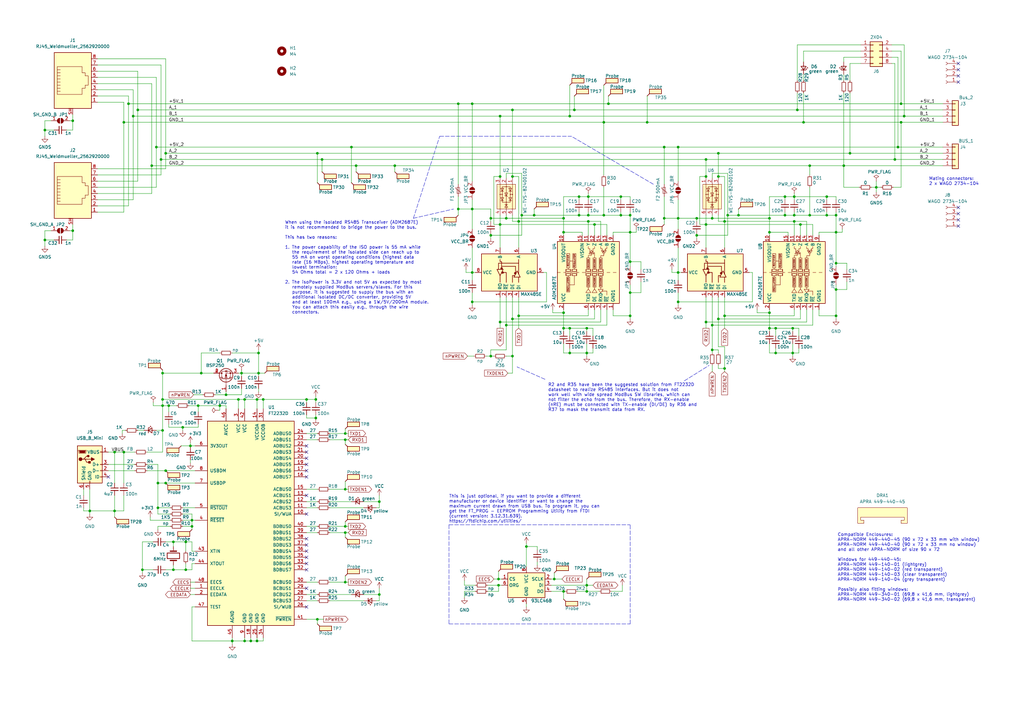
<source format=kicad_sch>
(kicad_sch (version 20211123) (generator eeschema)
  (paper "A3")
  (title_block (title "Modbus-RJ45-Breakout") (date "2023-06-02") (rev "1.0.0") (company "the78mole"))
  (junction (at 78.105 182.88))
  (junction (at 231.14 128.27))
  (junction (at 368.3 60.325))
  (junction (at 294.64 130.81))
  (junction (at 187.96 85.725))
  (junction (at 258.445 107.315))
  (junction (at 141.605 215.9))
  (junction (at 285.75 96.52))
  (junction (at 92.71 161.925))
  (junction (at 210.185 146.05))
  (junction (at 207.645 89.535))
  (junction (at 212.725 129.54))
  (junction (at 141.605 200.66))
  (junction (at 67.945 198.12))
  (junction (at 71.12 233.68))
  (junction (at 106.045 153.035))
  (junction (at 130.175 254))
  (junction (at 325.12 134.62))
  (junction (at 78.74 215.9))
  (junction (at 64.77 198.12))
  (junction (at 36.83 209.55))
  (junction (at 52.705 42.545))
  (junction (at 107.95 163.83))
  (junction (at 146.05 67.945))
  (junction (at 67.945 193.04))
  (junction (at 254.635 80.645))
  (junction (at 213.995 88.265))
  (junction (at 369.57 42.545))
  (junction (at 46.99 185.42))
  (junction (at 102.87 262.89))
  (junction (at 247.65 50.165))
  (junction (at 66.675 153.035))
  (junction (at 29.845 49.53))
  (junction (at 292.1 89.535))
  (junction (at 249.555 42.545))
  (junction (at 258.445 95.25))
  (junction (at 56.515 45.085))
  (junction (at 278.13 123.825))
  (junction (at 342.9 118.745))
  (junction (at 342.9 107.95))
  (junction (at 315.595 89.535))
  (junction (at 71.12 222.25))
  (junction (at 241.3 90.805))
  (junction (at 64.77 208.28))
  (junction (at 272.415 89.535))
  (junction (at 348.615 62.865))
  (junction (at 294.64 62.865))
  (junction (at 210.185 72.39))
  (junction (at 66.675 166.37))
  (junction (at 193.675 85.725))
  (junction (at 231.14 95.25))
  (junction (at 325.12 144.78))
  (junction (at 219.075 88.265))
  (junction (at 58.42 233.68))
  (junction (at 278.13 89.535))
  (junction (at 76.2 222.25))
  (junction (at 155.575 205.74))
  (junction (at 339.09 80.645))
  (junction (at 332.105 67.945))
  (junction (at 231.14 134.62))
  (junction (at 78.74 213.36))
  (junction (at 100.33 163.83))
  (junction (at 233.68 144.78))
  (junction (at 342.9 95.25))
  (junction (at 241.3 80.645))
  (junction (at 67.945 62.865))
  (junction (at 105.41 262.89))
  (junction (at 294.64 72.39))
  (junction (at 141.605 218.44))
  (junction (at 339.09 88.265))
  (junction (at 240.665 242.57))
  (junction (at 129.54 171.45))
  (junction (at 247.65 88.265))
  (junction (at 315.595 128.27))
  (junction (at 243.84 92.075))
  (junction (at 258.445 88.265))
  (junction (at 235.585 45.085))
  (junction (at 81.28 166.37))
  (junction (at 321.945 80.645))
  (junction (at 297.18 90.805))
  (junction (at 74.93 175.26))
  (junction (at 278.13 111.76))
  (junction (at 204.47 237.49))
  (junction (at 321.945 88.265))
  (junction (at 318.135 134.62))
  (junction (at 141.605 177.8))
  (junction (at 210.185 130.81))
  (junction (at 289.56 65.405))
  (junction (at 298.45 88.265))
  (junction (at 193.675 111.76))
  (junction (at 329.565 50.165))
  (junction (at 212.725 90.805))
  (junction (at 64.135 60.325))
  (junction (at 207.645 133.35))
  (junction (at 50.8 185.42))
  (junction (at 132.08 65.405))
  (junction (at 315.595 134.62))
  (junction (at 318.135 144.78))
  (junction (at 325.755 88.265))
  (junction (at 187.96 42.545))
  (junction (at 18.415 98.425))
  (junction (at 155.575 243.84))
  (junction (at 18.415 53.34))
  (junction (at 292.1 143.51))
  (junction (at 342.9 88.265))
  (junction (at 265.43 50.165))
  (junction (at 289.56 132.08))
  (junction (at 231.14 89.535))
  (junction (at 327.025 45.085))
  (junction (at 325.755 90.805))
  (junction (at 342.9 129.54))
  (junction (at 278.13 60.325))
  (junction (at 359.41 76.835))
  (junction (at 201.295 89.535))
  (junction (at 50.8 50.165))
  (junction (at 97.79 163.83))
  (junction (at 201.295 146.05))
  (junction (at 346.075 67.945))
  (junction (at 237.49 80.645))
  (junction (at 66.675 163.83))
  (junction (at 141.605 180.34))
  (junction (at 82.55 153.035))
  (junction (at 130.175 62.865))
  (junction (at 125.73 163.83))
  (junction (at 272.415 60.325))
  (junction (at 141.605 238.76))
  (junction (at 46.99 209.55))
  (junction (at 233.68 47.625))
  (junction (at 144.145 60.325))
  (junction (at 129.54 163.83))
  (junction (at 66.675 176.53))
  (junction (at 370.84 47.625))
  (junction (at 325.755 80.645))
  (junction (at 161.925 67.945))
  (junction (at 241.3 88.265))
  (junction (at 292.1 133.35))
  (junction (at 210.185 45.085))
  (junction (at 328.295 92.075))
  (junction (at 285.75 89.535))
  (junction (at 297.18 151.13))
  (junction (at 297.18 129.54))
  (junction (at 302.895 88.265))
  (junction (at 105.41 163.83))
  (junction (at 369.57 50.165))
  (junction (at 201.295 96.52))
  (junction (at 233.68 134.62))
  (junction (at 237.49 88.265))
  (junction (at 227.33 237.49))
  (junction (at 205.105 72.39))
  (junction (at 205.105 132.08))
  (junction (at 90.17 166.37))
  (junction (at 95.25 262.89))
  (junction (at 204.47 240.03))
  (junction (at 231.14 242.57))
  (junction (at 332.105 88.265))
  (junction (at 254.635 88.265))
  (junction (at 315.595 95.25))
  (junction (at 99.06 153.035))
  (junction (at 54.61 47.625))
  (junction (at 258.445 120.015))
  (junction (at 29.845 94.615))
  (junction (at 69.215 166.37))
  (junction (at 289.56 92.075))
  (junction (at 106.045 144.78))
  (junction (at 240.665 240.03))
  (junction (at 240.665 144.78))
  (junction (at 193.675 123.825))
  (junction (at 100.33 262.89))
  (junction (at 215.9 224.155))
  (junction (at 258.445 129.54))
  (junction (at 205.105 92.075))
  (junction (at 193.675 42.545))
  (junction (at 66.04 65.405))
  (junction (at 205.105 47.625))
  (junction (at 289.56 72.39))
  (junction (at 76.2 233.68))
  (junction (at 367.03 65.405))
  (junction (at 240.665 134.62))
  (junction (at 62.23 67.945))
  (no_connect (at 393.065 26.035))
  (no_connect (at 393.065 28.575))
  (no_connect (at 393.065 31.115))
  (no_connect (at 393.065 33.655))
  (no_connect (at 393.065 85.09))
  (no_connect (at 393.065 87.63))
  (no_connect (at 393.065 90.17))
  (no_connect (at 393.065 92.71))
  (no_connect (at 125.73 241.3))
  (no_connect (at 125.73 248.92))
  (no_connect (at 44.45 195.58))
  (no_connect (at 125.73 220.98))
  (no_connect (at 125.73 226.06))
  (no_connect (at 125.73 228.6))
  (no_connect (at 125.73 223.52))
  (no_connect (at 125.73 233.68))
  (no_connect (at 125.73 231.14))
  (no_connect (at 125.73 182.88))
  (no_connect (at 125.73 187.96))
  (no_connect (at 125.73 185.42))
  (no_connect (at 125.73 190.5))
  (no_connect (at 125.73 203.2))
  (no_connect (at 125.73 193.04))
  (no_connect (at 125.73 195.58))
  (no_connect (at 125.73 210.82))
  (wire (pts (xy 247.65 50.165) (xy 265.43 50.165)))
  (wire (pts (xy 292.1 133.35) (xy 333.375 133.35)))
  (wire (pts (xy 347.345 110.49) (xy 347.345 107.95)))
  (wire (pts (xy 329.565 38.1) (xy 329.565 50.165)))
  (wire (pts (xy 135.255 177.8) (xy 141.605 177.8)))
  (wire (pts (xy 215.9 222.885) (xy 215.9 224.155)))
  (wire (pts (xy 298.45 88.265) (xy 302.895 88.265)))
  (wire (pts (xy 92.71 166.37) (xy 92.71 167.64)))
  (wire (pts (xy 87.63 153.035) (xy 82.55 153.035)))
  (wire (pts (xy 265.43 50.165) (xy 329.565 50.165)))
  (wire (pts (xy 71.12 222.25) (xy 76.2 222.25)))
  (wire (pts (xy 240.665 144.78) (xy 240.665 146.05)))
  (wire (pts (xy 213.995 88.265) (xy 219.075 88.265)))
  (wire (pts (xy 44.45 185.42) (xy 46.99 185.42)))
  (wire (pts (xy 329.565 20.955) (xy 353.06 20.955)))
  (wire (pts (xy 272.415 60.325) (xy 272.415 75.565)))
  (wire (pts (xy 194.31 146.05) (xy 191.77 146.05)))
  (wire (pts (xy 207.645 88.265) (xy 207.645 89.535)))
  (wire (pts (xy 81.28 166.37) (xy 90.17 166.37)))
  (wire (pts (xy 249.555 39.37) (xy 249.555 42.545)))
  (wire (pts (xy 335.915 95.25) (xy 342.9 95.25)))
  (wire (pts (xy 243.84 92.075) (xy 243.84 96.52)))
  (wire (pts (xy 243.84 130.81) (xy 210.185 130.81)))
  (wire (pts (xy 71.12 231.775) (xy 71.12 233.68)))
  (wire (pts (xy 294.64 72.39) (xy 294.64 73.025)))
  (wire (pts (xy 294.64 62.865) (xy 294.64 72.39)))
  (wire (pts (xy 78.74 262.89) (xy 95.25 262.89)))
  (wire (pts (xy 208.28 153.035) (xy 210.185 153.035)))
  (wire (pts (xy 135.255 205.74) (xy 144.145 205.74)))
  (wire (pts (xy 90.17 168.275) (xy 90.17 166.37)))
  (wire (pts (xy 205.105 47.625) (xy 233.68 47.625)))
  (wire (pts (xy 56.515 29.21) (xy 56.515 45.085)))
  (wire (pts (xy 44.45 190.5) (xy 55.245 190.5)))
  (wire (pts (xy 265.43 39.37) (xy 265.43 50.165)))
  (wire (pts (xy 78.74 233.68) (xy 76.2 233.68)))
  (wire (pts (xy 187.96 42.545) (xy 193.675 42.545)))
  (wire (pts (xy 204.47 234.315) (xy 204.47 237.49)))
  (wire (pts (xy 187.96 42.545) (xy 187.96 75.565)))
  (wire (pts (xy 238.76 95.25) (xy 238.76 96.52)))
  (wire (pts (xy 243.84 127) (xy 243.84 130.81)))
  (wire (pts (xy 246.38 90.805) (xy 241.3 90.805)))
  (wire (pts (xy 215.9 247.65) (xy 215.9 248.92)))
  (wire (pts (xy 46.99 185.42) (xy 46.99 198.12)))
  (wire (pts (xy 224.155 111.76) (xy 224.155 123.825)))
  (wire (pts (xy 285.75 96.52) (xy 298.45 96.52)))
  (wire (pts (xy 193.675 42.545) (xy 249.555 42.545)))
  (wire (pts (xy 50.8 185.42) (xy 55.245 185.42)))
  (wire (pts (xy 99.06 154.305) (xy 99.06 153.035)))
  (wire (pts (xy 297.18 72.39) (xy 294.64 72.39)))
  (wire (pts (xy 66.675 166.37) (xy 66.675 163.83)))
  (polyline (pts (xy 258.445 255.905) (xy 258.445 215.265)))
  (wire (pts (xy 78.105 241.3) (xy 80.01 241.3)))
  (wire (pts (xy 74.93 175.26) (xy 81.28 175.26)))
  (wire (pts (xy 64.77 210.82) (xy 64.77 208.28)))
  (wire (pts (xy 74.93 213.36) (xy 78.74 213.36)))
  (wire (pts (xy 342.9 88.265) (xy 342.9 86.995)))
  (wire (pts (xy 193.675 85.725) (xy 193.675 93.98)))
  (wire (pts (xy 272.415 89.535) (xy 278.13 89.535)))
  (wire (pts (xy 260.985 93.98) (xy 260.985 95.25)))
  (wire (pts (xy 241.3 86.995) (xy 241.3 88.265)))
  (wire (pts (xy 205.105 72.39) (xy 205.105 73.025)))
  (wire (pts (xy 240.665 242.57) (xy 245.745 242.57)))
  (wire (pts (xy 367.03 26.035) (xy 367.03 65.405)))
  (wire (pts (xy 54.61 47.625) (xy 205.105 47.625)))
  (wire (pts (xy 297.18 129.54) (xy 297.18 134.62)))
  (wire (pts (xy 100.33 167.64) (xy 100.33 163.83)))
  (wire (pts (xy 62.865 222.25) (xy 58.42 222.25)))
  (wire (pts (xy 129.54 170.18) (xy 129.54 171.45)))
  (wire (pts (xy 246.38 127) (xy 246.38 132.08)))
  (wire (pts (xy 333.375 133.35) (xy 333.375 127)))
  (wire (pts (xy 342.9 95.25) (xy 342.9 107.95)))
  (wire (pts (xy 34.29 200.66) (xy 34.29 203.2)))
  (wire (pts (xy 236.855 242.57) (xy 240.665 242.57)))
  (wire (pts (xy 315.595 140.97) (xy 315.595 144.78)))
  (wire (pts (xy 155.575 208.28) (xy 155.575 205.74)))
  (wire (pts (xy 74.93 208.28) (xy 80.01 208.28)))
  (wire (pts (xy 67.945 193.04) (xy 80.01 193.04)))
  (wire (pts (xy 99.06 153.035) (xy 97.79 153.035)))
  (wire (pts (xy 210.185 153.035) (xy 210.185 146.05)))
  (wire (pts (xy 212.725 72.39) (xy 210.185 72.39)))
  (wire (pts (xy 201.295 95.885) (xy 201.295 96.52)))
  (wire (pts (xy 347.345 107.95) (xy 342.9 107.95)))
  (wire (pts (xy 190.5 245.11) (xy 190.5 242.57)))
  (wire (pts (xy 258.445 120.015) (xy 258.445 129.54)))
  (wire (pts (xy 292.1 133.35) (xy 292.1 143.51)))
  (wire (pts (xy 64.77 208.28) (xy 64.77 198.12)))
  (wire (pts (xy 315.595 80.645) (xy 321.945 80.645)))
  (wire (pts (xy 149.225 205.74) (xy 155.575 205.74)))
  (wire (pts (xy 28.575 94.615) (xy 29.845 94.615)))
  (wire (pts (xy 262.89 110.49) (xy 262.89 107.315)))
  (wire (pts (xy 241.3 79.375) (xy 241.3 80.645)))
  (wire (pts (xy 325.755 86.995) (xy 325.755 88.265)))
  (wire (pts (xy 125.73 254) (xy 130.175 254)))
  (wire (pts (xy 60.325 190.5) (xy 64.77 190.5)))
  (wire (pts (xy 231.14 135.89) (xy 231.14 134.62)))
  (wire (pts (xy 205.105 47.625) (xy 205.105 72.39)))
  (wire (pts (xy 278.13 111.76) (xy 279.4 111.76)))
  (wire (pts (xy 342.9 107.95) (xy 342.9 109.22)))
  (wire (pts (xy 36.83 209.55) (xy 36.83 210.82)))
  (wire (pts (xy 285.75 89.535) (xy 285.75 90.805)))
  (wire (pts (xy 64.77 215.9) (xy 64.77 217.17)))
  (wire (pts (xy 213.995 96.52) (xy 201.295 96.52)))
  (wire (pts (xy 62.865 165.1) (xy 62.865 166.37)))
  (wire (pts (xy 106.045 153.035) (xy 108.585 153.035)))
  (wire (pts (xy 275.59 110.49) (xy 275.59 111.76)))
  (wire (pts (xy 258.445 80.645) (xy 258.445 81.915)))
  (wire (pts (xy 29.845 98.425) (xy 29.845 94.615)))
  (wire (pts (xy 287.02 92.075) (xy 289.56 92.075)))
  (wire (pts (xy 95.25 144.78) (xy 106.045 144.78)))
  (wire (pts (xy 78.105 243.84) (xy 80.01 243.84)))
  (wire (pts (xy 298.45 88.265) (xy 298.45 71.12)))
  (wire (pts (xy 191.135 110.49) (xy 191.135 111.76)))
  (wire (pts (xy 29.845 49.53) (xy 28.575 49.53)))
  (wire (pts (xy 278.13 101.6) (xy 278.13 111.76)))
  (wire (pts (xy 46.99 203.2) (xy 46.99 209.55)))
  (wire (pts (xy 369.57 50.165) (xy 386.715 50.165)))
  (wire (pts (xy 297.18 90.805) (xy 297.18 72.39)))
  (wire (pts (xy 297.18 129.54) (xy 325.755 129.54)))
  (wire (pts (xy 95.25 261.62) (xy 95.25 262.89)))
  (wire (pts (xy 335.915 127) (xy 335.915 129.54)))
  (wire (pts (xy 213.995 88.265) (xy 213.995 96.52)))
  (wire (pts (xy 135.255 246.38) (xy 149.225 246.38)))
  (wire (pts (xy 366.395 76.835) (xy 369.57 76.835)))
  (wire (pts (xy 201.295 85.725) (xy 201.295 89.535)))
  (wire (pts (xy 342.9 129.54) (xy 342.9 130.81)))
  (wire (pts (xy 347.345 118.745) (xy 342.9 118.745)))
  (wire (pts (xy 40.005 26.67) (xy 66.04 26.67)))
  (wire (pts (xy 40.005 24.13) (xy 67.945 24.13)))
  (wire (pts (xy 66.675 151.765) (xy 66.675 153.035)))
  (wire (pts (xy 187.96 85.725) (xy 193.675 85.725)))
  (wire (pts (xy 72.39 166.37) (xy 69.215 166.37)))
  (wire (pts (xy 141.605 175.895) (xy 141.605 177.8)))
  (wire (pts (xy 294.64 90.805) (xy 294.64 88.265)))
  (wire (pts (xy 212.725 90.805) (xy 241.3 90.805)))
  (wire (pts (xy 81.28 166.37) (xy 81.28 168.91)))
  (wire (pts (xy 107.95 261.62) (xy 107.95 262.89)))
  (wire (pts (xy 365.76 20.955) (xy 369.57 20.955)))
  (wire (pts (xy 58.42 222.25) (xy 58.42 233.68)))
  (wire (pts (xy 332.105 88.265) (xy 339.09 88.265)))
  (wire (pts (xy 231.14 80.645) (xy 231.14 89.535)))
  (wire (pts (xy 105.41 167.64) (xy 105.41 163.83)))
  (wire (pts (xy 278.13 120.015) (xy 278.13 123.825)))
  (wire (pts (xy 240.665 134.62) (xy 240.665 135.89)))
  (wire (pts (xy 248.92 133.35) (xy 248.92 127)))
  (wire (pts (xy 78.74 215.9) (xy 78.74 217.17)))
  (wire (pts (xy 149.225 243.84) (xy 155.575 243.84)))
  (wire (pts (xy 247.65 76.835) (xy 247.65 88.265)))
  (wire (pts (xy 200.025 240.03) (xy 204.47 240.03)))
  (wire (pts (xy 359.41 76.835) (xy 361.315 76.835)))
  (wire (pts (xy 315.595 127) (xy 315.595 128.27)))
  (wire (pts (xy 210.185 45.085) (xy 235.585 45.085)))
  (wire (pts (xy 205.105 92.075) (xy 202.565 92.075)))
  (wire (pts (xy 348.615 26.035) (xy 353.06 26.035)))
  (wire (pts (xy 348.615 62.865) (xy 348.615 38.1)))
  (wire (pts (xy 205.105 132.08) (xy 205.105 121.92)))
  (wire (pts (xy 107.95 167.64) (xy 107.95 163.83)))
  (wire (pts (xy 50.8 185.42) (xy 50.8 198.12)))
  (wire (pts (xy 231.14 80.645) (xy 237.49 80.645)))
  (wire (pts (xy 272.415 80.645) (xy 272.415 89.535)))
  (wire (pts (xy 77.47 166.37) (xy 81.28 166.37)))
  (wire (pts (xy 212.725 121.92) (xy 212.725 129.54)))
  (wire (pts (xy 74.93 215.9) (xy 78.74 215.9)))
  (wire (pts (xy 226.06 237.49) (xy 227.33 237.49)))
  (wire (pts (xy 315.595 135.89) (xy 315.595 134.62)))
  (wire (pts (xy 246.38 96.52) (xy 246.38 90.805)))
  (wire (pts (xy 247.65 34.925) (xy 247.65 50.165)))
  (wire (pts (xy 54.61 36.83) (xy 54.61 47.625)))
  (wire (pts (xy 315.595 128.27) (xy 315.595 134.62)))
  (wire (pts (xy 289.56 72.39) (xy 289.56 73.025)))
  (wire (pts (xy 241.3 88.265) (xy 247.65 88.265)))
  (wire (pts (xy 289.56 88.265) (xy 289.56 92.075)))
  (wire (pts (xy 298.45 96.52) (xy 298.45 88.265)))
  (wire (pts (xy 325.12 134.62) (xy 325.12 135.89)))
  (wire (pts (xy 50.8 203.2) (xy 50.8 209.55)))
  (wire (pts (xy 52.705 39.37) (xy 52.705 42.545)))
  (wire (pts (xy 69.85 208.28) (xy 64.77 208.28)))
  (wire (pts (xy 34.29 208.28) (xy 34.29 209.55)))
  (wire (pts (xy 202.565 72.39) (xy 205.105 72.39)))
  (wire (pts (xy 292.1 88.265) (xy 292.1 89.535)))
  (wire (pts (xy 60.325 185.42) (xy 66.675 185.42)))
  (wire (pts (xy 193.675 120.015) (xy 193.675 123.825)))
  (wire (pts (xy 294.64 62.865) (xy 348.615 62.865)))
  (wire (pts (xy 292.1 89.535) (xy 315.595 89.535)))
  (wire (pts (xy 207.645 133.35) (xy 207.645 143.51)))
  (wire (pts (xy 368.3 23.495) (xy 368.3 60.325)))
  (wire (pts (xy 67.945 62.865) (xy 67.945 69.215)))
  (wire (pts (xy 129.54 163.83) (xy 129.54 165.1)))
  (wire (pts (xy 78.74 210.82) (xy 78.74 213.36)))
  (wire (pts (xy 258.445 116.84) (xy 258.445 120.015)))
  (wire (pts (xy 339.09 86.995) (xy 339.09 88.265)))
  (wire (pts (xy 260.985 95.25) (xy 258.445 95.25)))
  (wire (pts (xy 132.08 65.405) (xy 289.56 65.405)))
  (wire (pts (xy 233.68 134.62) (xy 233.68 137.795)))
  (wire (pts (xy 78.105 188.595) (xy 78.105 189.865)))
  (wire (pts (xy 60.325 193.04) (xy 67.945 193.04)))
  (wire (pts (xy 285.75 96.52) (xy 285.75 97.79)))
  (wire (pts (xy 330.835 132.08) (xy 289.56 132.08)))
  (wire (pts (xy 125.73 246.38) (xy 130.175 246.38)))
  (wire (pts (xy 125.73 170.18) (xy 125.73 171.45)))
  (wire (pts (xy 191.135 111.76) (xy 193.675 111.76)))
  (wire (pts (xy 155.575 243.84) (xy 155.575 241.3)))
  (wire (pts (xy 29.845 46.99) (xy 29.845 49.53)))
  (wire (pts (xy 346.075 76.835) (xy 346.075 67.945)))
  (wire (pts (xy 62.865 166.37) (xy 66.675 166.37)))
  (wire (pts (xy 58.42 233.68) (xy 58.42 234.95)))
  (wire (pts (xy 369.57 76.835) (xy 369.57 50.165)))
  (wire (pts (xy 272.415 60.325) (xy 278.13 60.325)))
  (wire (pts (xy 370.84 18.415) (xy 365.76 18.415)))
  (wire (pts (xy 325.755 80.645) (xy 325.755 81.915)))
  (wire (pts (xy 226.06 242.57) (xy 231.14 242.57)))
  (wire (pts (xy 231.14 144.78) (xy 233.68 144.78)))
  (wire (pts (xy 52.705 84.455) (xy 40.005 84.455)))
  (wire (pts (xy 342.9 116.84) (xy 342.9 118.745)))
  (wire (pts (xy 62.23 67.945) (xy 146.05 67.945)))
  (wire (pts (xy 125.73 171.45) (xy 129.54 171.45)))
  (wire (pts (xy 161.925 67.945) (xy 161.925 70.485)))
  (wire (pts (xy 54.61 47.625) (xy 54.61 81.915)))
  (wire (pts (xy 100.33 261.62) (xy 100.33 262.89)))
  (wire (pts (xy 56.515 45.085) (xy 56.515 74.295)))
  (wire (pts (xy 315.595 89.535) (xy 315.595 95.25)))
  (wire (pts (xy 332.105 76.835) (xy 332.105 88.265)))
  (wire (pts (xy 220.345 225.425) (xy 220.345 224.155)))
  (wire (pts (xy 105.41 261.62) (xy 105.41 262.89)))
  (wire (pts (xy 27.305 98.425) (xy 29.845 98.425)))
  (wire (pts (xy 237.49 88.265) (xy 241.3 88.265)))
  (wire (pts (xy 278.13 89.535) (xy 278.13 93.98)))
  (wire (pts (xy 193.675 123.825) (xy 224.155 123.825)))
  (wire (pts (xy 258.445 88.265) (xy 258.445 95.25)))
  (wire (pts (xy 66.04 65.405) (xy 132.08 65.405)))
  (wire (pts (xy 64.135 60.325) (xy 144.145 60.325)))
  (wire (pts (xy 289.56 65.405) (xy 367.03 65.405)))
  (wire (pts (xy 187.96 80.645) (xy 187.96 85.725)))
  (wire (pts (xy 99.06 151.765) (xy 99.06 153.035)))
  (wire (pts (xy 240.665 144.78) (xy 243.205 144.78)))
  (wire (pts (xy 226.695 128.27) (xy 231.14 128.27)))
  (wire (pts (xy 64.135 60.325) (xy 64.135 76.835)))
  (wire (pts (xy 315.595 134.62) (xy 318.135 134.62)))
  (wire (pts (xy 66.04 65.405) (xy 66.04 71.755)))
  (wire (pts (xy 76.2 222.25) (xy 76.2 226.06)))
  (wire (pts (xy 95.25 262.89) (xy 95.25 264.16)))
  (polyline (pts (xy 184.15 255.905) (xy 258.445 255.905)))
  (wire (pts (xy 132.08 65.405) (xy 132.08 70.485)))
  (wire (pts (xy 318.135 134.62) (xy 325.12 134.62)))
  (wire (pts (xy 125.73 163.83) (xy 129.54 163.83)))
  (wire (pts (xy 27.305 53.34) (xy 29.845 53.34)))
  (wire (pts (xy 141.605 213.995) (xy 141.605 215.9)))
  (wire (pts (xy 125.73 180.34) (xy 130.175 180.34)))
  (wire (pts (xy 187.96 88.265) (xy 187.96 85.725)))
  (wire (pts (xy 302.895 85.725) (xy 302.895 88.265)))
  (wire (pts (xy 125.73 163.83) (xy 125.73 165.1)))
  (wire (pts (xy 106.045 154.305) (xy 106.045 153.035)))
  (wire (pts (xy 254.635 80.645) (xy 254.635 81.915)))
  (wire (pts (xy 146.05 67.945) (xy 146.05 70.485)))
  (wire (pts (xy 294.64 143.51) (xy 292.1 143.51)))
  (wire (pts (xy 346.075 25.4) (xy 346.075 23.495)))
  (wire (pts (xy 330.835 90.805) (xy 325.755 90.805)))
  (wire (pts (xy 66.04 26.67) (xy 66.04 65.405)))
  (wire (pts (xy 327.025 38.1) (xy 327.025 45.085)))
  (wire (pts (xy 215.9 224.155) (xy 220.345 224.155)))
  (wire (pts (xy 342.9 88.265) (xy 342.9 95.25)))
  (wire (pts (xy 141.605 200.66) (xy 142.875 200.66)))
  (wire (pts (xy 207.645 143.51) (xy 201.295 143.51)))
  (wire (pts (xy 161.925 67.945) (xy 332.105 67.945)))
  (wire (pts (xy 227.33 237.49) (xy 230.505 237.49)))
  (wire (pts (xy 275.59 111.76) (xy 278.13 111.76)))
  (wire (pts (xy 235.585 39.37) (xy 235.585 45.085)))
  (wire (pts (xy 237.49 81.915) (xy 237.49 80.645)))
  (wire (pts (xy 251.46 127) (xy 251.46 129.54)))
  (wire (pts (xy 368.3 60.325) (xy 386.715 60.325)))
  (wire (pts (xy 289.56 72.39) (xy 287.02 72.39)))
  (wire (pts (xy 107.95 262.89) (xy 105.41 262.89)))
  (wire (pts (xy 325.12 144.78) (xy 327.66 144.78)))
  (wire (pts (xy 328.295 92.075) (xy 333.375 92.075)))
  (wire (pts (xy 347.345 115.57) (xy 347.345 118.745)))
  (wire (pts (xy 339.09 80.645) (xy 339.09 81.915)))
  (wire (pts (xy 325.755 80.645) (xy 339.09 80.645)))
  (polyline (pts (xy 267.97 75.565) (xy 234.315 55.88)))
  (wire (pts (xy 146.05 67.945) (xy 161.925 67.945)))
  (wire (pts (xy 155.575 205.74) (xy 155.575 203.2)))
  (wire (pts (xy 294.64 142.24) (xy 294.64 130.81)))
  (wire (pts (xy 130.175 62.865) (xy 294.64 62.865)))
  (wire (pts (xy 78.105 182.88) (xy 80.01 182.88)))
  (wire (pts (xy 125.73 200.66) (xy 130.175 200.66)))
  (wire (pts (xy 190.5 240.03) (xy 190.5 238.125)))
  (wire (pts (xy 78.74 222.25) (xy 76.2 222.25)))
  (wire (pts (xy 292.1 143.51) (xy 292.1 144.78)))
  (wire (pts (xy 370.84 18.415) (xy 370.84 47.625)))
  (wire (pts (xy 210.185 130.81) (xy 210.185 121.92)))
  (wire (pts (xy 201.295 143.51) (xy 201.295 146.05)))
  (wire (pts (xy 141.605 215.9) (xy 142.875 215.9)))
  (wire (pts (xy 66.675 176.53) (xy 66.675 166.37)))
  (wire (pts (xy 278.13 123.825) (xy 308.61 123.825)))
  (wire (pts (xy 233.68 47.625) (xy 370.84 47.625)))
  (wire (pts (xy 212.725 129.54) (xy 212.725 134.62)))
  (wire (pts (xy 199.39 146.05) (xy 201.295 146.05)))
  (wire (pts (xy 315.595 95.25) (xy 323.215 95.25)))
  (wire (pts (xy 246.38 132.08) (xy 205.105 132.08)))
  (wire (pts (xy 92.71 161.925) (xy 92.71 160.655)))
  (wire (pts (xy 67.945 198.12) (xy 80.01 198.12)))
  (wire (pts (xy 18.415 100.965) (xy 18.415 98.425)))
  (wire (pts (xy 365.76 23.495) (xy 368.3 23.495)))
  (wire (pts (xy 327.025 18.415) (xy 327.025 33.02)))
  (wire (pts (xy 78.74 215.9) (xy 78.74 213.36)))
  (wire (pts (xy 141.605 177.8) (xy 142.875 177.8)))
  (wire (pts (xy 90.17 144.78) (xy 82.55 144.78)))
  (wire (pts (xy 18.415 98.425) (xy 22.225 98.425)))
  (wire (pts (xy 56.515 176.53) (xy 59.055 176.53)))
  (wire (pts (xy 81.28 175.26) (xy 81.28 173.99)))
  (wire (pts (xy 258.445 95.25) (xy 258.445 107.315)))
  (wire (pts (xy 220.345 230.505) (xy 220.345 231.775)))
  (wire (pts (xy 52.705 42.545) (xy 187.96 42.545)))
  (wire (pts (xy 254.635 88.265) (xy 258.445 88.265)))
  (wire (pts (xy 202.565 237.49) (xy 204.47 237.49)))
  (polyline (pts (xy 212.09 150.495) (xy 212.09 150.495)))
  (wire (pts (xy 78.105 183.515) (xy 78.105 182.88)))
  (wire (pts (xy 210.185 45.085) (xy 210.185 72.39)))
  (wire (pts (xy 342.9 118.745) (xy 342.9 129.54)))
  (wire (pts (xy 346.075 76.835) (xy 352.425 76.835)))
  (wire (pts (xy 18.415 94.615) (xy 20.955 94.615)))
  (wire (pts (xy 278.13 60.325) (xy 278.13 74.295)))
  (wire (pts (xy 193.675 111.76) (xy 194.945 111.76)))
  (wire (pts (xy 233.68 142.875) (xy 233.68 144.78)))
  (wire (pts (xy 193.675 123.825) (xy 193.675 125.095)))
  (wire (pts (xy 226.695 127) (xy 226.695 128.27)))
  (wire (pts (xy 99.06 161.925) (xy 92.71 161.925)))
  (wire (pts (xy 255.27 240.03) (xy 255.27 242.57)))
  (wire (pts (xy 125.73 218.44) (xy 130.175 218.44)))
  (wire (pts (xy 302.895 88.265) (xy 321.945 88.265)))
  (wire (pts (xy 100.33 262.89) (xy 95.25 262.89)))
  (wire (pts (xy 327.025 45.085) (xy 386.715 45.085)))
  (wire (pts (xy 231.14 96.52) (xy 231.14 95.25)))
  (wire (pts (xy 285.75 95.885) (xy 285.75 96.52)))
  (wire (pts (xy 328.295 127) (xy 328.295 130.81)))
  (wire (pts (xy 262.89 120.015) (xy 258.445 120.015)))
  (wire (pts (xy 201.295 96.52) (xy 201.295 97.79)))
  (wire (pts (xy 40.005 36.83) (xy 54.61 36.83)))
  (wire (pts (xy 135.255 208.28) (xy 149.225 208.28)))
  (wire (pts (xy 297.18 142.24) (xy 294.64 142.24)))
  (wire (pts (xy 193.675 42.545) (xy 193.675 74.295)))
  (wire (pts (xy 67.945 69.215) (xy 40.005 69.215)))
  (wire (pts (xy 130.175 62.865) (xy 130.175 74.93)))
  (wire (pts (xy 155.575 246.38) (xy 155.575 243.84)))
  (wire (pts (xy 66.04 71.755) (xy 40.005 71.755)))
  (wire (pts (xy 231.14 128.27) (xy 231.14 134.62)))
  (wire (pts (xy 46.99 209.55) (xy 50.8 209.55)))
  (wire (pts (xy 348.615 33.02) (xy 348.615 26.035)))
  (wire (pts (xy 222.885 111.76) (xy 224.155 111.76)))
  (wire (pts (xy 71.12 222.25) (xy 71.12 224.155)))
  (wire (pts (xy 330.835 127) (xy 330.835 132.08)))
  (wire (pts (xy 329.565 25.4) (xy 329.565 20.955)))
  (wire (pts (xy 18.415 55.88) (xy 18.415 53.34)))
  (wire (pts (xy 321.945 80.645) (xy 325.755 80.645)))
  (wire (pts (xy 204.47 237.49) (xy 205.74 237.49)))
  (wire (pts (xy 330.835 96.52) (xy 330.835 90.805)))
  (wire (pts (xy 294.64 130.81) (xy 294.64 121.92)))
  (wire (pts (xy 125.73 208.28) (xy 130.175 208.28)))
  (wire (pts (xy 328.295 92.075) (xy 328.295 96.52)))
  (wire (pts (xy 105.41 262.89) (xy 102.87 262.89)))
  (wire (pts (xy 194.945 240.03) (xy 190.5 240.03)))
  (wire (pts (xy 40.005 29.21) (xy 56.515 29.21)))
  (polyline (pts (xy 180.34 55.88) (xy 234.315 55.88)))
  (wire (pts (xy 241.3 80.645) (xy 254.635 80.645)))
  (wire (pts (xy 258.445 129.54) (xy 258.445 130.81)))
  (wire (pts (xy 233.68 144.78) (xy 240.665 144.78)))
  (wire (pts (xy 125.73 238.76) (xy 130.175 238.76)))
  (wire (pts (xy 71.12 233.68) (xy 76.2 233.68)))
  (wire (pts (xy 141.605 238.76) (xy 142.875 238.76)))
  (wire (pts (xy 289.56 101.6) (xy 289.56 92.075)))
  (wire (pts (xy 332.105 67.945) (xy 332.105 71.755)))
  (wire (pts (xy 58.42 233.68) (xy 62.865 233.68)))
  (wire (pts (xy 107.95 163.83) (xy 125.73 163.83)))
  (wire (pts (xy 50.8 50.165) (xy 50.8 86.995)))
  (wire (pts (xy 18.415 53.34) (xy 18.415 49.53)))
  (wire (pts (xy 310.515 127) (xy 310.515 128.27)))
  (wire (pts (xy 207.645 89.535) (xy 231.14 89.535)))
  (wire (pts (xy 201.295 146.05) (xy 202.565 146.05)))
  (wire (pts (xy 210.185 130.81) (xy 210.185 146.05)))
  (polyline (pts (xy 184.15 215.265) (xy 184.15 255.905)))
  (wire (pts (xy 107.95 163.83) (xy 105.41 163.83)))
  (wire (pts (xy 201.295 89.535) (xy 201.295 90.805)))
  (wire (pts (xy 289.56 132.08) (xy 289.56 121.92)))
  (wire (pts (xy 40.005 31.75) (xy 64.135 31.75)))
  (wire (pts (xy 325.12 134.62) (xy 327.66 134.62)))
  (wire (pts (xy 207.645 71.12) (xy 213.995 71.12)))
  (wire (pts (xy 241.3 129.54) (xy 241.3 127)))
  (wire (pts (xy 308.61 111.76) (xy 308.61 123.825)))
  (wire (pts (xy 64.135 31.75) (xy 64.135 60.325)))
  (wire (pts (xy 102.87 261.62) (xy 102.87 262.89)))
  (wire (pts (xy 78.105 238.76) (xy 80.01 238.76)))
  (wire (pts (xy 215.9 224.155) (xy 215.9 232.41)))
  (wire (pts (xy 315.595 144.78) (xy 318.135 144.78)))
  (wire (pts (xy 251.46 95.25) (xy 258.445 95.25)))
  (wire (pts (xy 315.595 96.52) (xy 315.595 95.25)))
  (wire (pts (xy 325.755 129.54) (xy 325.755 127)))
  (wire (pts (xy 40.005 39.37) (xy 52.705 39.37)))
  (wire (pts (xy 64.135 176.53) (xy 66.675 176.53)))
  (wire (pts (xy 69.215 173.99) (xy 69.215 175.26)))
  (wire (pts (xy 54.61 81.915) (xy 40.005 81.915)))
  (wire (pts (xy 233.68 34.925) (xy 233.68 47.625)))
  (wire (pts (xy 190.5 242.57) (xy 194.945 242.57)))
  (wire (pts (xy 231.14 89.535) (xy 231.14 95.25)))
  (wire (pts (xy 278.13 89.535) (xy 285.75 89.535)))
  (wire (pts (xy 325.755 79.375) (xy 325.755 80.645)))
  (wire (pts (xy 329.565 33.02) (xy 329.565 30.48)))
  (wire (pts (xy 240.665 240.03) (xy 243.205 240.03)))
  (wire (pts (xy 315.595 80.645) (xy 315.595 89.535)))
  (wire (pts (xy 294.64 149.86) (xy 294.64 151.13)))
  (wire (pts (xy 251.46 129.54) (xy 258.445 129.54)))
  (wire (pts (xy 130.175 254) (xy 130.175 255.905)))
  (wire (pts (xy 18.415 53.34) (xy 22.225 53.34)))
  (wire (pts (xy 359.41 74.295) (xy 359.41 76.835)))
  (wire (pts (xy 339.09 80.645) (xy 342.9 80.645)))
  (polyline (pts (xy 169.545 89.535) (xy 186.055 85.725)))
  (wire (pts (xy 125.73 177.8) (xy 130.175 177.8)))
  (wire (pts (xy 129.54 171.45) (xy 129.54 172.085)))
  (wire (pts (xy 231.14 95.25) (xy 238.76 95.25)))
  (wire (pts (xy 78.74 231.14) (xy 78.74 233.68)))
  (wire (pts (xy 212.725 101.6) (xy 212.725 90.805)))
  (wire (pts (xy 202.565 92.075) (xy 202.565 72.39)))
  (wire (pts (xy 69.215 175.26) (xy 74.93 175.26)))
  (wire (pts (xy 205.105 132.08) (xy 205.105 134.62)))
  (wire (pts (xy 237.49 86.995) (xy 237.49 88.265)))
  (wire (pts (xy 278.13 60.325) (xy 368.3 60.325)))
  (wire (pts (xy 329.565 50.165) (xy 369.57 50.165)))
  (wire (pts (xy 18.415 49.53) (xy 20.955 49.53)))
  (wire (pts (xy 297.18 90.805) (xy 325.755 90.805)))
  (polyline (pts (xy 223.52 155.575) (xy 212.09 150.495)))
  (wire (pts (xy 50.165 176.53) (xy 50.165 177.8)))
  (wire (pts (xy 82.55 153.035) (xy 66.675 153.035)))
  (wire (pts (xy 333.375 96.52) (xy 333.375 92.075)))
  (wire (pts (xy 321.945 81.915) (xy 321.945 80.645)))
  (wire (pts (xy 335.915 129.54) (xy 342.9 129.54)))
  (wire (pts (xy 328.295 130.81) (xy 294.64 130.81)))
  (wire (pts (xy 325.12 140.97) (xy 325.12 144.78)))
  (wire (pts (xy 67.945 24.13) (xy 67.945 62.865)))
  (wire (pts (xy 325.12 144.78) (xy 325.12 146.05)))
  (wire (pts (xy 130.175 254) (xy 132.715 254)))
  (wire (pts (xy 292.1 121.92) (xy 292.1 133.35)))
  (wire (pts (xy 241.3 90.805) (xy 241.3 96.52)))
  (wire (pts (xy 51.435 176.53) (xy 50.165 176.53)))
  (wire (pts (xy 50.8 86.995) (xy 40.005 86.995)))
  (wire (pts (xy 248.92 92.075) (xy 243.84 92.075)))
  (wire (pts (xy 135.255 243.84) (xy 144.145 243.84)))
  (wire (pts (xy 346.075 33.02) (xy 346.075 30.48)))
  (wire (pts (xy 231.14 134.62) (xy 233.68 134.62)))
  (wire (pts (xy 61.595 213.36) (xy 69.85 213.36)))
  (wire (pts (xy 135.255 218.44) (xy 141.605 218.44)))
  (wire (pts (xy 294.64 151.13) (xy 297.18 151.13)))
  (wire (pts (xy 346.075 67.945) (xy 346.075 38.1)))
  (wire (pts (xy 90.17 166.37) (xy 92.71 166.37)))
  (wire (pts (xy 278.13 123.825) (xy 278.13 125.095)))
  (wire (pts (xy 74.93 175.26) (xy 74.93 176.53)))
  (wire (pts (xy 325.755 90.805) (xy 325.755 96.52)))
  (wire (pts (xy 40.005 34.29) (xy 62.23 34.29)))
  (wire (pts (xy 226.06 240.03) (xy 240.665 240.03)))
  (wire (pts (xy 97.79 163.83) (xy 97.79 167.64)))
  (wire (pts (xy 40.005 41.91) (xy 50.8 41.91)))
  (wire (pts (xy 50.8 50.165) (xy 247.65 50.165)))
  (wire (pts (xy 69.85 215.9) (xy 64.77 215.9)))
  (wire (pts (xy 135.255 200.66) (xy 141.605 200.66)))
  (wire (pts (xy 64.77 190.5) (xy 64.77 198.12)))
  (wire (pts (xy 193.675 85.725) (xy 201.295 85.725)))
  (wire (pts (xy 56.515 45.085) (xy 210.185 45.085)))
  (wire (pts (xy 369.57 42.545) (xy 386.715 42.545)))
  (polyline (pts (xy 169.545 89.535) (xy 180.34 55.88)))
  (wire (pts (xy 318.135 144.78) (xy 325.12 144.78)))
  (wire (pts (xy 249.555 42.545) (xy 369.57 42.545)))
  (wire (pts (xy 64.135 76.835) (xy 40.005 76.835)))
  (wire (pts (xy 56.515 74.295) (xy 40.005 74.295)))
  (wire (pts (xy 205.105 101.6) (xy 205.105 92.075)))
  (wire (pts (xy 78.105 181.61) (xy 78.105 182.88)))
  (wire (pts (xy 193.675 111.76) (xy 193.675 114.935)))
  (wire (pts (xy 207.645 121.92) (xy 207.645 133.35)))
  (wire (pts (xy 204.47 242.57) (xy 204.47 240.03)))
  (wire (pts (xy 64.77 198.12) (xy 67.945 198.12)))
  (wire (pts (xy 231.14 140.97) (xy 231.14 144.78)))
  (wire (pts (xy 243.205 134.62) (xy 243.205 137.795)))
  (wire (pts (xy 348.615 62.865) (xy 386.715 62.865)))
  (wire (pts (xy 240.665 140.97) (xy 240.665 144.78)))
  (wire (pts (xy 365.76 26.035) (xy 367.03 26.035)))
  (wire (pts (xy 254.635 86.995) (xy 254.635 88.265)))
  (wire (pts (xy 67.945 222.25) (xy 71.12 222.25)))
  (wire (pts (xy 78.74 213.36) (xy 80.01 213.36)))
  (wire (pts (xy 46.99 209.55) (xy 46.99 212.09)))
  (wire (pts (xy 102.87 262.89) (xy 100.33 262.89)))
  (wire (pts (xy 99.06 153.035) (xy 106.045 153.035)))
  (wire (pts (xy 212.725 90.805) (xy 212.725 72.39)))
  (wire (pts (xy 88.265 161.925) (xy 92.71 161.925)))
  (wire (pts (xy 321.945 88.265) (xy 325.755 88.265)))
  (wire (pts (xy 125.73 215.9) (xy 130.175 215.9)))
  (wire (pts (xy 106.045 159.385) (xy 106.045 160.655)))
  (wire (pts (xy 294.64 144.78) (xy 294.64 143.51)))
  (wire (pts (xy 62.23 79.375) (xy 40.005 79.375)))
  (wire (pts (xy 262.89 107.315) (xy 258.445 107.315)))
  (wire (pts (xy 359.41 76.835) (xy 359.41 78.74)))
  (wire (pts (xy 74.295 182.88) (xy 78.105 182.88)))
  (wire (pts (xy 193.675 81.915) (xy 193.675 85.725)))
  (wire (pts (xy 297.18 152.4) (xy 297.18 151.13)))
  (wire (pts (xy 240.665 237.49) (xy 240.665 240.03)))
  (wire (pts (xy 79.375 161.925) (xy 83.185 161.925)))
  (wire (pts (xy 287.02 72.39) (xy 287.02 92.075)))
  (wire (pts (xy 359.41 76.835) (xy 357.505 76.835)))
  (wire (pts (xy 292.1 71.12) (xy 292.1 73.025)))
  (wire (pts (xy 34.29 209.55) (xy 36.83 209.55)))
  (wire (pts (xy 207.645 73.025) (xy 207.645 71.12)))
  (wire (pts (xy 135.255 238.76) (xy 141.605 238.76)))
  (wire (pts (xy 193.675 101.6) (xy 193.675 111.76)))
  (wire (pts (xy 44.45 193.04) (xy 55.245 193.04)))
  (wire (pts (xy 154.305 208.28) (xy 155.575 208.28)))
  (wire (pts (xy 289.56 92.075) (xy 328.295 92.075)))
  (wire (pts (xy 227.33 234.95) (xy 227.33 237.49)))
  (wire (pts (xy 367.03 65.405) (xy 386.715 65.405)))
  (wire (pts (xy 255.27 242.57) (xy 250.825 242.57)))
  (wire (pts (xy 204.47 240.03) (xy 205.74 240.03)))
  (wire (pts (xy 100.33 163.83) (xy 97.79 163.83)))
  (wire (pts (xy 69.215 166.37) (xy 66.675 166.37)))
  (wire (pts (xy 29.845 53.34) (xy 29.845 49.53)))
  (wire (pts (xy 262.89 115.57) (xy 262.89 120.015)))
  (wire (pts (xy 233.68 134.62) (xy 240.665 134.62)))
  (wire (pts (xy 297.18 101.6) (xy 297.18 90.805)))
  (wire (pts (xy 231.14 127) (xy 231.14 128.27)))
  (wire (pts (xy 62.23 34.29) (xy 62.23 67.945)))
  (wire (pts (xy 50.8 41.91) (xy 50.8 50.165)))
  (wire (pts (xy 212.725 90.805) (xy 210.185 90.805)))
  (wire (pts (xy 289.56 132.08) (xy 289.56 134.62)))
  (wire (pts (xy 80.01 226.06) (xy 78.74 226.06)))
  (wire (pts (xy 125.73 243.84) (xy 130.175 243.84)))
  (wire (pts (xy 370.84 47.625) (xy 386.715 47.625)))
  (wire (pts (xy 46.99 185.42) (xy 50.8 185.42)))
  (wire (pts (xy 207.645 146.05) (xy 210.185 146.05)))
  (wire (pts (xy 52.705 42.545) (xy 52.705 84.455)))
  (wire (pts (xy 205.105 92.075) (xy 243.84 92.075)))
  (wire (pts (xy 66.675 153.035) (xy 66.675 163.83)))
  (wire (pts (xy 339.09 88.265) (xy 342.9 88.265)))
  (wire (pts (xy 251.46 95.25) (xy 251.46 96.52)))
  (wire (pts (xy 240.665 242.57) (xy 240.665 240.03)))
  (wire (pts (xy 278.13 111.76) (xy 278.13 114.935)))
  (wire (pts (xy 210.185 90.805) (xy 210.185 88.265)))
  (wire (pts (xy 129.54 162.56) (xy 129.54 163.83)))
  (wire (pts (xy 80.01 248.92) (xy 78.74 248.92)))
  (wire (pts (xy 345.44 93.98) (xy 345.44 95.25)))
  (wire (pts (xy 297.18 121.92) (xy 297.18 129.54)))
  (wire (pts (xy 272.415 89.535) (xy 272.415 92.075)))
  (wire (pts (xy 318.135 142.875) (xy 318.135 144.78)))
  (wire (pts (xy 285.75 89.535) (xy 292.1 89.535)))
  (wire (pts (xy 258.445 88.265) (xy 258.445 86.995)))
  (wire (pts (xy 369.57 20.955) (xy 369.57 42.545)))
  (wire (pts (xy 154.305 246.38) (xy 155.575 246.38)))
  (wire (pts (xy 323.215 95.25) (xy 323.215 96.52)))
  (wire (pts (xy 247.65 88.265) (xy 254.635 88.265)))
  (wire (pts (xy 241.3 80.645) (xy 241.3 81.915)))
  (wire (pts (xy 62.23 67.945) (xy 62.23 79.375)))
  (wire (pts (xy 69.215 166.37) (xy 69.215 168.91)))
  (wire (pts (xy 205.105 88.265) (xy 205.105 92.075)))
  (wire (pts (xy 125.73 205.74) (xy 130.175 205.74)))
  (wire (pts (xy 82.55 144.78) (xy 82.55 153.035)))
  (wire (pts (xy 141.605 180.34) (xy 142.875 180.34)))
  (wire (pts (xy 219.075 85.725) (xy 219.075 88.265)))
  (wire (pts (xy 243.205 142.875) (xy 243.205 144.78)))
  (wire (pts (xy 61.595 212.09) (xy 61.595 213.36)))
  (wire (pts (xy 318.135 134.62) (xy 318.135 137.795)))
  (wire (pts (xy 307.34 111.76) (xy 308.61 111.76)))
  (wire (pts (xy 76.2 231.14) (xy 76.2 233.68)))
  (wire (pts (xy 64.77 210.82) (xy 69.85 210.82)))
  (wire (pts (xy 135.255 215.9) (xy 141.605 215.9)))
  (wire (pts (xy 231.14 242.57) (xy 231.775 242.57)))
  (wire (pts (xy 327.66 142.875) (xy 327.66 144.78)))
  (wire (pts (xy 67.945 62.865) (xy 130.175 62.865)))
  (wire (pts (xy 36.83 209.55) (xy 46.99 209.55)))
  (wire (pts (xy 99.06 159.385) (xy 99.06 161.925)))
  (wire (pts (xy 207.645 133.35) (xy 248.92 133.35)))
  (polyline (pts (xy 280.67 156.21) (xy 290.83 149.86)))
  (wire (pts (xy 106.045 144.78) (xy 106.045 153.035)))
  (wire (pts (xy 219.075 88.265) (xy 237.49 88.265)))
  (wire (pts (xy 141.605 218.44) (xy 141.605 220.345)))
  (wire (pts (xy 66.675 163.83) (xy 97.79 163.83)))
  (wire (pts (xy 36.83 200.66) (xy 36.83 209.55)))
  (wire (pts (xy 141.605 218.44) (xy 142.875 218.44)))
  (wire (pts (xy 141.605 180.34) (xy 141.605 182.245)))
  (wire (pts (xy 235.585 45.085) (xy 327.025 45.085)))
  (wire (pts (xy 201.295 89.535) (xy 207.645 89.535)))
  (wire (pts (xy 345.44 95.25) (xy 342.9 95.25)))
  (wire (pts (xy 240.665 134.62) (xy 243.205 134.62)))
  (wire (pts (xy 327.66 134.62) (xy 327.66 137.795)))
  (wire (pts (xy 289.56 65.405) (xy 289.56 72.39)))
  (wire (pts (xy 18.415 98.425) (xy 18.415 94.615)))
  (wire (pts (xy 335.915 95.25) (xy 335.915 96.52)))
  (wire (pts (xy 74.93 210.82) (xy 78.74 210.82)))
  (wire (pts (xy 78.74 248.92) (xy 78.74 262.89)))
  (wire (pts (xy 89.535 168.275) (xy 90.17 168.275)))
  (wire (pts (xy 212.725 129.54) (xy 241.3 129.54)))
  (wire (pts (xy 66.675 185.42) (xy 66.675 176.53)))
  (wire (pts (xy 144.145 60.325) (xy 272.415 60.325)))
  (wire (pts (xy 141.605 236.22) (xy 141.605 238.76)))
  (wire (pts (xy 321.945 86.995) (xy 321.945 88.265)))
  (wire (pts (xy 325.755 88.265) (xy 332.105 88.265)))
  (wire (pts (xy 310.515 128.27) (xy 315.595 128.27)))
  (wire (pts (xy 80.01 231.14) (xy 78.74 231.14)))
  (wire (pts (xy 106.045 143.51) (xy 106.045 144.78)))
  (wire (pts (xy 332.105 67.945) (xy 346.075 67.945)))
  (wire (pts (xy 297.18 151.13) (xy 297.18 142.24)))
  (wire (pts (xy 254.635 80.645) (xy 258.445 80.645)))
  (wire (pts (xy 346.075 23.495) (xy 353.06 23.495)))
  (wire (pts (xy 346.075 67.945) (xy 386.715 67.945)))
  (wire (pts (xy 248.92 96.52) (xy 248.92 92.075)))
  (wire (pts (xy 78.74 226.06) (xy 78.74 222.25)))
  (wire (pts (xy 247.65 50.165) (xy 247.65 71.755)))
  (wire (pts (xy 327.025 18.415) (xy 353.06 18.415)))
  (wire (pts (xy 342.9 80.645) (xy 342.9 81.915)))
  (wire (pts (xy 144.145 60.325) (xy 144.145 74.93)))
  (wire (pts (xy 237.49 80.645) (xy 241.3 80.645)))
  (wire (pts (xy 278.13 81.915) (xy 278.13 89.535)))
  (wire (pts (xy 258.445 107.315) (xy 258.445 109.22)))
  (wire (pts (xy 67.945 233.68) (xy 71.12 233.68)))
  (wire (pts (xy 105.41 163.83) (xy 100.33 163.83)))
  (wire (pts (xy 141.605 197.485) (xy 141.605 200.66)))
  (wire (pts (xy 210.185 72.39) (xy 210.185 73.025)))
  (wire (pts (xy 200.025 242.57) (xy 204.47 242.57)))
  (wire (pts (xy 294.64 90.805) (xy 297.18 90.805)))
  (wire (pts (xy 231.14 242.57) (xy 231.14 245.745)))
  (polyline (pts (xy 184.15 215.265) (xy 258.445 215.265)))
  (wire (pts (xy 29.845 94.615) (xy 29.845 92.075)))
  (wire (pts (xy 135.255 180.34) (xy 141.605 180.34)))
  (wire (pts (xy 298.45 71.12) (xy 292.1 71.12)))
  (wire (pts (xy 292.1 149.86) (xy 292.1 152.4)))
  (wire (pts (xy 213.995 71.12) (xy 213.995 88.265)))
  (text "Compatible Enclosures:\nAPRA-NORM 449-440-45 (90 x 72 x 33 mm with window)\nAPRA-NORM 449-440-40 (90 x 72 x 33 mm no window)\nand all other APRA-NORM of size 90 x 72\n\nWindows for 449-440-45:\nAPRA-NORM 449-140-01 (lightgrey)\nAPRA-NORM 449-140-02 (red transparent)\nAPRA-NORM 449-140-03 (clear transparent)\nAPRA-NORM 449-140-04 (grey transparent)\n\nPossibly also fitting windows:\nAPRA-NORM 449-340-01 (69,8 x 41,6 mm, lightgrey)\nAPRA-NORM 449-340-02 (69,8 x 41,6 mm, transparent)\n\n\n" (at 343.535 250.825 0) (effects (font (size 1.27 1.27)) (justify left bottom)))
  (text "When using the isolated RS485 Transceiver (ADM2687E)\nit is not recommended to bridge the power to the bus.\n\nThis has two reasons:\n\n1. The power capability of the ISO power is 55 mA while\n   the requirement of the isolated side can reach up to\n   55 mA on worst operating conditions (highest data \n   rate (16 MBps), highest operating temperature and\n   lowest termination:\n   54 Ohms total = 2 x 120 Ohms + loads\n\n2. The isoPower is 3.3V and not 5V as expected by most\n   remotely supplied ModBus servers/slaves. For this \n   purpose, it is suggested to supply the bus with an \n   additional isolated DC/DC converter, providing 5V \n   and at least 100mA e.g., using a 1W/5V/200mA module. \n   You can attach this easily e.g., through the wire \n   connectors." (at 116.84 128.905 0) (effects (font (size 1.27 1.27)) (justify left bottom)))
  (text "Mating connectors: \n2 x WAGO 2734-104" (at 381 76.2 0) (effects (font (size 1.27 1.27)) (justify left bottom)))
  (text "This is just optional, if you want to provide a different\nmanufacturer or device identifier or want to change the\nmaximum current drawn from USB bus. To program it, you can\nget the FT_PROG - EEPROM Programming Utility from FTDI\n(current version: 3.12.31.639).\nhttps://ftdichip.com/utilities/" (at 184.15 214.63 0) (effects (font (size 1.27 1.27)) (justify left bottom)))
  (text "R2 and R35 have been the suggested solution from FT2232D \ndatasheet to realize RS485 interfaces. But it does not \nwork well with wide spread ModBus SW libraries, which can \nnot filter the echo from the bus. Therefore, the RX-enable\n(nRE) must be connected with TX-enable (DI/DE) by R36 and \nR37 to mask the transmit data from RX." (at 224.79 168.91 0) (effects (font (size 1.27 1.27)) (justify left bottom)))
  (label "VBUS" (at 45.72 185.42 0))
  (label "+5V_1" (at 69.215 42.545 0))
  (label "+5V_1" (at 377.19 42.545 0))
  (label "+5V_2" (at 377.19 60.325 0))
  (label "GND_1" (at 69.215 50.165 0))
  (label "A_2" (at 377.19 62.865 0))
  (label "GND_2" (at 377.19 67.945 0))
  (label "GND_1" (at 377.19 50.165 0))
  (label "A_1" (at 377.19 45.085 0))
  (label "B_2" (at 69.215 65.405 0))
  (label "+5V_2" (at 69.215 60.325 0))
  (label "B_1" (at 377.19 47.625 0))
  (label "A_2" (at 69.215 62.865 0))
  (label "GND_2" (at 69.215 67.945 0))
  (label "A_1" (at 69.215 45.085 0))
  (label "B_2" (at 377.19 65.405 0))
  (label "B_1" (at 69.215 47.625 0))
  (global_label "TXDEN2" (shape output) (at 142.875 238.76 0) (property "Intersheet References" "${INTERSHEET_REFS}" (effects hide)))
  (global_label "RXD2" (shape output) (at 289.56 134.62 270) (property "Intersheet References" "${INTERSHEET_REFS}" (effects hide)))
  (global_label "TXDEN1" (shape input) (at 208.28 153.035 180) (property "Intersheet References" "${INTERSHEET_REFS}" (effects hide)))
  (global_label "RXD1" (shape input) (at 142.875 180.34 0) (property "Intersheet References" "${INTERSHEET_REFS}" (effects hide)))
  (global_label "TXD2" (shape output) (at 142.875 215.9 0) (property "Intersheet References" "${INTERSHEET_REFS}" (effects hide)))
  (global_label "TXDEN1" (shape output) (at 142.875 200.66 0) (property "Intersheet References" "${INTERSHEET_REFS}" (effects hide)))
  (global_label "EECS" (shape input) (at 202.565 237.49 180) (property "Intersheet References" "${INTERSHEET_REFS}" (effects hide)))
  (global_label "TXD2" (shape input) (at 297.18 134.62 270) (property "Intersheet References" "${INTERSHEET_REFS}" (effects hide)))
  (global_label "TXD1" (shape input) (at 212.725 134.62 270) (property "Intersheet References" "${INTERSHEET_REFS}" (effects hide)))
  (global_label "EECLK" (shape output) (at 78.105 241.3 180) (property "Intersheet References" "${INTERSHEET_REFS}" (effects hide)))
  (global_label "EECLK" (shape input) (at 230.505 237.49 0) (property "Intersheet References" "${INTERSHEET_REFS}" (effects hide)))
  (global_label "nPWREN" (shape input) (at 191.77 146.05 180) (property "Intersheet References" "${INTERSHEET_REFS}" (effects hide)))
  (global_label "TXD1" (shape output) (at 142.875 177.8 0) (property "Intersheet References" "${INTERSHEET_REFS}" (effects hide)))
  (global_label "nPWREN" (shape input) (at 79.375 161.925 180) (property "Intersheet References" "${INTERSHEET_REFS}" (effects hide)))
  (global_label "TXDEN2" (shape input) (at 297.18 152.4 270) (property "Intersheet References" "${INTERSHEET_REFS}" (effects hide)))
  (global_label "nPWREN" (shape input) (at 292.1 152.4 270) (property "Intersheet References" "${INTERSHEET_REFS}" (effects hide)))
  (global_label "EECS" (shape output) (at 78.105 238.76 180) (property "Intersheet References" "${INTERSHEET_REFS}" (effects hide)))
  (global_label "nPWREN" (shape output) (at 132.715 254 0) (property "Intersheet References" "${INTERSHEET_REFS}" (effects hide)))
  (global_label "EEDATA" (shape bidirectional) (at 78.105 243.84 180) (property "Intersheet References" "${INTERSHEET_REFS}" (effects hide)))
  (global_label "RXD2" (shape input) (at 142.875 218.44 0) (property "Intersheet References" "${INTERSHEET_REFS}" (effects hide)))
  (global_label "EEDATA" (shape bidirectional) (at 243.205 240.03 0) (property "Intersheet References" "${INTERSHEET_REFS}" (effects hide)))
  (global_label "RXD1" (shape output) (at 205.105 134.62 270) (property "Intersheet References" "${INTERSHEET_REFS}" (effects hide)))
  (symbol (lib_id "Connector:TestPoint_Flag") (at 132.08 70.485 0) (mirror x) (unit 1)
    (property "Reference" "TP31" (at 138.43 72.39 0) (effects (justify left)))
    (property "Value" "Probe" (at 132.715 74.295 0) (effects (justify left)))
    (property "Footprint" "TestPoint:TestPoint_Pad_D1.5mm" (effects hide))
  )
  (symbol (lib_id "Device:C_Small") (at 237.49 84.455 0) (mirror y) (unit 1)
    (property "Reference" "C15" (at 236.855 82.55 0) (effects (justify left)))
    (property "Value" "100n" (at 236.855 86.36 0) (effects (justify left)))
    (property "Footprint" "Capacitor_SMD:C_0603_1608Metric_Pad1.08x0.95mm_HandSolder" (effects hide))
  )
  (symbol (lib_id "Device:R_Small") (at 363.855 76.835 90) (unit 1)
    (property "Reference" "R16" (at 363.855 79.375 90))
    (property "Value" "0" (at 363.855 74.93 90))
    (property "Footprint" "Resistor_SMD:R_1206_3216Metric_Pad1.30x1.75mm_HandSolder" (effects hide))
  )
  (symbol (lib_id "Connector:Conn_01x04_Female") (at 387.985 90.17 180) (unit 1)
    (property "Reference" "J8" (at 388.62 80.01 0))
    (property "Value" "WAGO 2734-104" (at 388.62 82.55 0))
    (property "Footprint" "the78mole:Dummy_0" (effects hide))
    (property "MPN" "2734-104" (effects hide))
    (property "Manufacturer" "WAGO" (effects hide))
    (property "NP" "np" (effects hide))
  )
  (symbol (lib_id "Connector:TestPoint_Flag") (at 130.175 255.905 0) (mirror x) (unit 1)
    (property "Reference" "TP7" (at 136.525 257.81 0) (effects (justify left)))
    (property "Value" "Probe" (at 130.81 259.715 0) (effects (justify left)))
    (property "Footprint" "TestPoint:TestPoint_Pad_D1.5mm" (effects hide))
  )
  (symbol (lib_id "Connector:TestPoint_Flag") (at 302.895 85.725 0) (unit 1)
    (property "Reference" "TP26" (at 309.245 83.82 0) (effects (justify left)))
    (property "Value" "Probe" (at 303.53 81.915 0) (effects (justify left)))
    (property "Footprint" "TestPoint:TestPoint_Pad_D1.5mm" (effects hide))
  )
  (symbol (lib_id "Power_Protection:WE-TVS-82400102") (at 207.645 80.645 270) (unit 1)
    (property "Reference" "U2" (at 208.915 69.85 90) (effects (justify right)))
    (property "Value" "WE-TVS-82400102" (at 215.265 87.63 0) (effects (justify right)))
    (property "Footprint" "Package_TO_SOT_SMD:SOT-23-6" (effects hide))
    (property "Datasheet" "https://katalog.we-online.de/pbs/datasheet/82400102.pdf" (effects hide))
  )
  (symbol (lib_id "Connector:TestPoint_Flag") (at 227.33 234.95 0) (unit 1)
    (property "Reference" "TP23" (at 235.585 233.045 0) (effects (justify left)))
    (property "Value" "Probe" (at 227.965 231.14 0) (effects (justify left)))
    (property "Footprint" "TestPoint:TestPoint_Pad_D1.5mm" (effects hide))
  )
  (symbol (lib_id "Device:Crystal") (at 71.12 227.965 90) (unit 1)
    (property "Reference" "Y1" (at 67.945 227.33 90) (effects (justify left)))
    (property "Value" "6MHz" (at 62.865 229.235 90) (effects (justify right)))
    (property "Footprint" "Crystal:Crystal_SMD_HC49-SD_HandSoldering" (effects hide))
    (property "Reichelt" "IQD LFXTAL016788" (effects hide))
  )
  (symbol (lib_id "Device:C_Small") (at 342.9 84.455 0) (unit 1)
    (property "Reference" "C30" (at 343.535 82.55 0) (effects (justify left)))
    (property "Value" "10u" (at 343.535 86.36 0) (effects (justify left)))
    (property "Footprint" "Capacitor_SMD:C_1206_3216Metric_Pad1.33x1.80mm_HandSolder" (effects hide))
  )
  (symbol (lib_id "Device:R_Small") (at 72.39 210.82 90) (unit 1)
    (property "Reference" "R8" (at 76.2 209.55 90))
    (property "Value" "np" (at 67.945 209.55 90))
    (property "Footprint" "Resistor_SMD:R_0603_1608Metric_Pad0.98x0.95mm_HandSolder" (effects hide))
    (property "Note" "4K7 for self-powered" (effects hide))
  )
  (symbol (lib_id "Connector:TestPoint_Flag") (at 240.665 237.49 0) (unit 1)
    (property "Reference" "TP25" (at 247.015 235.585 0) (effects (justify left)))
    (property "Value" "Probe" (at 241.3 233.68 0) (effects (justify left)))
    (property "Footprint" "TestPoint:TestPoint_Pad_D1.5mm" (effects hide))
  )
  (symbol (lib_id "Device:C_Small") (at 254.635 84.455 0) (mirror y) (unit 1)
    (property "Reference" "C19" (at 254 82.55 0) (effects (justify left)))
    (property "Value" "100n" (at 254 86.36 0) (effects (justify left)))
    (property "Footprint" "Capacitor_SMD:C_0603_1608Metric_Pad1.08x0.95mm_HandSolder" (effects hide))
  )
  (symbol (lib_id "Jumper:SolderJumper_2_Open") (at 24.765 49.53 0) (unit 1)
    (property "Reference" "JP1" (at 26.035 46.99 0))
    (property "Value" "SH_GND_B" (at 18.415 46.99 0))
    (property "Footprint" "Jumper:SolderJumper-2_P1.3mm_Open_TrianglePad1.0x1.5mm" (effects hide))
  )
  (symbol (lib_id "Device:R_Small") (at 346.075 35.56 180) (unit 1)
    (property "Reference" "R3" (at 344.805 31.75 90))
    (property "Value" "1K" (at 344.805 40.005 90))
    (property "Footprint" "Resistor_SMD:R_0603_1608Metric_Pad0.98x0.95mm_HandSolder" (effects hide))
  )
  (symbol (lib_id "Device:R_Small") (at 132.715 177.8 90) (unit 1)
    (property "Reference" "R15" (at 136.525 176.53 90))
    (property "Value" "27" (at 128.27 176.53 90))
    (property "Footprint" "Resistor_SMD:R_0603_1608Metric_Pad0.98x0.95mm_HandSolder" (effects hide))
  )
  (symbol (lib_id "Connector:TestPoint_Flag") (at 141.605 236.22 0) (unit 1)
    (property "Reference" "TP13" (at 147.955 234.315 0) (effects (justify left)))
    (property "Value" "Probe" (at 142.24 232.41 0) (effects (justify left)))
    (property "Footprint" "TestPoint:TestPoint_Pad_D1.5mm" (effects hide))
  )
  (symbol (lib_id "Device:R_Small") (at 132.715 205.74 90) (unit 1)
    (property "Reference" "R19" (at 136.525 204.47 90))
    (property "Value" "1K" (at 128.27 204.47 90))
    (property "Footprint" "Resistor_SMD:R_0603_1608Metric_Pad0.98x0.95mm_HandSolder" (effects hide))
  )
  (symbol (lib_id "Device:R_Small") (at 292.1 147.32 0) (mirror y) (unit 1)
    (property "Reference" "R35" (at 288.925 146.685 0))
    (property "Value" "np" (at 289.56 148.59 0))
    (property "Footprint" "Resistor_SMD:R_0603_1608Metric_Pad0.98x0.95mm_HandSolder" (effects hide))
    (property "NP" "np" (effects hide))
  )
  (symbol (lib_id "Interface_UART:MAX485E") (at 207.645 111.76 90) (unit 1)
    (property "Reference" "U3" (at 220.345 102.87 90) (effects (justify left)))
    (property "Value" "MAX485E" (at 222.25 120.65 90) (effects (justify left)))
    (property "Footprint" "Package_SO:SO-8_3.9x4.9mm_P1.27mm" (effects hide))
    (property "Datasheet" "https://datasheets.maximintegrated.com/en/ds/MAX1487E-MAX491E.pdf" (effects hide))
  )
  (symbol (lib_id "the78mole:RJ45_Weidmueller_2562920000") (at 29.845 33.655 0) (unit 1)
    (property "Reference" "J1" (at 29.845 16.51 0))
    (property "Value" "RJ45_Weidmueller_2562920000" (at 29.845 19.05 0))
    (property "Footprint" "the78mole:RJ45_Weidmüller_2562920000_Horizontal" (effects hide))
    (property "Reichelt" "CAT5 T1U 2.8E4N" (effects hide))
  )
  (symbol (lib_id "Device:LED_Small") (at 146.685 205.74 0) (unit 1)
    (property "Reference" "D1" (at 144.145 204.47 0))
    (property "Value" "green" (at 151.13 204.47 0))
    (property "Footprint" "LED_SMD:LED_0603_1608Metric_Pad1.05x0.95mm_HandSolder" (effects hide))
  )
  (symbol (lib_id "Connector:TestPoint_Flag") (at 78.74 217.17 180) (unit 1)
    (property "Reference" "TP5" (at 71.755 219.075 0) (effects (justify left)))
    (property "Value" "Probe" (at 78.105 220.98 0) (effects (justify left)))
    (property "Footprint" "TestPoint:TestPoint_Pad_D1.5mm" (effects hide))
  )
  (symbol (lib_id "power:GND") (at 342.9 130.81 0) (unit 1)
    (property "Reference" "#PWR025" (effects hide))
    (property "Value" "GND" (at 342.9 135.89 0))
  )
  (symbol (lib_id "Device:C_Small") (at 347.345 113.03 0) (mirror y) (unit 1)
    (property "Reference" "C34" (at 351.79 111.125 0) (effects (justify left)))
    (property "Value" "1n" (at 350.52 114.935 0) (effects (justify left)))
    (property "Footprint" "Capacitor_SMD:C_1206_3216Metric_Pad1.33x1.80mm_HandSolder" (effects hide))
    (property "NP" "np" (effects hide))
  )
  (symbol (lib_id "Connector_Generic:Conn_01x04") (at 391.795 65.405 0) (mirror x) (unit 1)
    (property "Reference" "J4" (at 394.97 60.325 0))
    (property "Value" "BUS_1" (at 396.24 57.785 0))
    (property "Footprint" "the78mole:Wago_734-164_1x04_P3.50mm_Horizontal" (effects hide))
  )
  (symbol (lib_id "Connector:TestPoint_Flag") (at 141.605 182.245 0) (mirror x) (unit 1)
    (property "Reference" "TP9" (at 147.955 184.15 0) (effects (justify left)))
    (property "Value" "Probe" (at 142.24 186.055 0) (effects (justify left)))
    (property "Footprint" "TestPoint:TestPoint_Pad_D1.5mm" (effects hide))
  )
  (symbol (lib_id "Device:Polyfuse_Small") (at 272.415 78.105 180) (unit 1)
    (property "Reference" "F2" (at 269.875 81.28 90))
    (property "Value" "500mA" (at 269.875 76.2 90))
    (property "Footprint" "Fuse:Fuse_1206_3216Metric_Pad1.42x1.75mm_HandSolder" (effects hide))
    (property "Reichelt" "PTC FSMD0501206" (effects hide))
  )
  (symbol (lib_id "Connector:TestPoint_Flag") (at 130.175 74.93 0) (mirror x) (unit 1)
    (property "Reference" "TP30" (at 136.525 76.835 0) (effects (justify left)))
    (property "Value" "Probe" (at 130.81 78.74 0) (effects (justify left)))
    (property "Footprint" "TestPoint:TestPoint_Pad_D1.5mm" (effects hide))
  )
  (symbol (lib_id "Connector:TestPoint_Flag") (at 161.925 70.485 0) (mirror x) (unit 1)
    (property "Reference" "TP34" (at 165.1 69.85 0) (effects (justify left)))
    (property "Value" "Probe" (at 162.56 74.295 0) (effects (justify left)))
    (property "Footprint" "TestPoint:TestPoint_THTPad_2.0x2.0mm_Drill1.0mm" (effects hide))
  )
  (symbol (lib_id "Device:R_Small") (at 132.715 200.66 90) (unit 1)
    (property "Reference" "R18" (at 136.525 199.39 90))
    (property "Value" "27" (at 128.27 199.39 90))
    (property "Footprint" "Resistor_SMD:R_0603_1608Metric_Pad0.98x0.95mm_HandSolder" (effects hide))
  )
  (symbol (lib_id "Device:R_Small") (at 85.725 161.925 90) (unit 1)
    (property "Reference" "R13" (at 80.645 160.655 90))
    (property "Value" "1K" (at 89.535 160.655 90))
    (property "Footprint" "Resistor_SMD:R_0603_1608Metric_Pad0.98x0.95mm_HandSolder" (effects hide))
  )
  (symbol (lib_id "power:GND") (at 215.9 248.92 0) (unit 1)
    (property "Reference" "#PWR019" (effects hide))
    (property "Value" "GND" (at 215.9 254 0))
  )
  (symbol (lib_id "Device:R_Small") (at 132.715 218.44 90) (unit 1)
    (property "Reference" "R22" (at 136.525 217.17 90))
    (property "Value" "27" (at 128.27 217.17 90))
    (property "Footprint" "Resistor_SMD:R_0603_1608Metric_Pad0.98x0.95mm_HandSolder" (effects hide))
  )
  (symbol (lib_id "Device:C_Small") (at 69.215 171.45 0) (unit 1)
    (property "Reference" "C6" (at 69.85 169.545 0) (effects (justify left)))
    (property "Value" "100n" (at 69.85 173.355 0) (effects (justify left)))
    (property "Footprint" "Capacitor_SMD:C_0603_1608Metric_Pad1.08x0.95mm_HandSolder" (effects hide))
  )
  (symbol (lib_id "Device:C_Small") (at 325.12 138.43 0) (mirror y) (unit 1)
    (property "Reference" "C26" (at 324.485 136.525 0) (effects (justify left)))
    (property "Value" "10u" (at 324.485 140.335 0) (effects (justify left)))
    (property "Footprint" "Capacitor_SMD:C_1206_3216Metric_Pad1.33x1.80mm_HandSolder" (effects hide))
  )
  (symbol (lib_id "Connector:TestPoint_Flag") (at 141.605 175.895 0) (unit 1)
    (property "Reference" "TP8" (at 147.955 173.99 0) (effects (justify left)))
    (property "Value" "Probe" (at 142.24 172.085 0) (effects (justify left)))
    (property "Footprint" "TestPoint:TestPoint_Pad_D1.5mm" (effects hide))
  )
  (symbol (lib_id "Connector:TestPoint_Flag") (at 141.605 220.345 0) (mirror x) (unit 1)
    (property "Reference" "TP12" (at 147.955 222.25 0) (effects (justify left)))
    (property "Value" "Probe" (at 142.24 224.155 0) (effects (justify left)))
    (property "Footprint" "TestPoint:TestPoint_Pad_D1.5mm" (effects hide))
  )
  (symbol (lib_id "Device:Polyfuse_Small") (at 187.96 78.105 180) (unit 1)
    (property "Reference" "F1" (at 185.42 81.28 90))
    (property "Value" "500mA" (at 185.42 76.2 90))
    (property "Footprint" "Fuse:Fuse_1206_3216Metric_Pad1.42x1.75mm_HandSolder" (effects hide))
    (property "Reichelt" "PTC FSMD0501206" (effects hide))
  )
  (symbol (lib_id "Device:R_Small") (at 132.715 208.28 90) (unit 1)
    (property "Reference" "R20" (at 136.525 207.01 90))
    (property "Value" "1K" (at 128.27 207.01 90))
    (property "Footprint" "Resistor_SMD:R_0603_1608Metric_Pad0.98x0.95mm_HandSolder" (effects hide))
  )
  (symbol (lib_id "Device:C_Small") (at 34.29 205.74 0) (mirror y) (unit 1)
    (property "Reference" "C1" (at 33.655 203.835 0) (effects (justify left)))
    (property "Value" "1n" (at 33.655 207.645 0) (effects (justify left)))
    (property "Footprint" "Capacitor_SMD:C_1206_3216Metric_Pad1.33x1.80mm_HandSolder" (effects hide))
  )
  (symbol (lib_id "power:VCC") (at 215.9 222.885 0) (unit 1)
    (property "Reference" "#PWR018" (effects hide))
    (property "Value" "VCC" (at 215.9 219.075 0))
  )
  (symbol (lib_id "Device:R_Small") (at 234.315 242.57 90) (mirror x) (unit 1)
    (property "Reference" "R26" (at 229.87 241.3 90))
    (property "Value" "2K2" (at 238.125 241.3 90))
    (property "Footprint" "Resistor_SMD:R_0603_1608Metric_Pad0.98x0.95mm_HandSolder" (effects hide))
  )
  (symbol (lib_id "power:VCC") (at 155.575 241.3 0) (unit 1)
    (property "Reference" "#PWR012" (effects hide))
    (property "Value" "VCC" (at 155.575 237.49 0))
  )
  (symbol (lib_id "Connector:TestPoint_Flag") (at 141.605 213.995 0) (unit 1)
    (property "Reference" "TP11" (at 147.955 212.09 0) (effects (justify left)))
    (property "Value" "Probe" (at 142.24 210.185 0) (effects (justify left)))
    (property "Footprint" "TestPoint:TestPoint_Pad_D1.5mm" (effects hide))
  )
  (symbol (lib_id "Power_Protection:WE-TVS-82400102") (at 292.1 80.645 90) (mirror x) (unit 1)
    (property "Reference" "U6" (at 290.195 69.85 90) (effects (justify right)))
    (property "Value" "WE-TVS-82400102" (at 299.72 87.63 0) (effects (justify right)))
    (property "Footprint" "Package_TO_SOT_SMD:SOT-23-6" (effects hide))
    (property "Datasheet" "https://katalog.we-online.de/pbs/datasheet/82400102.pdf" (effects hide))
  )
  (symbol (lib_id "Device:C_Small") (at 321.945 84.455 0) (mirror y) (unit 1)
    (property "Reference" "C25" (at 321.31 82.55 0) (effects (justify left)))
    (property "Value" "100n" (at 321.31 86.36 0) (effects (justify left)))
    (property "Footprint" "Capacitor_SMD:C_0603_1608Metric_Pad1.08x0.95mm_HandSolder" (effects hide))
  )
  (symbol (lib_id "Device:R_Small") (at 74.93 166.37 90) (unit 1)
    (property "Reference" "R11" (at 78.74 165.1 90))
    (property "Value" "470" (at 69.85 165.1 90))
    (property "Footprint" "Resistor_SMD:R_0603_1608Metric_Pad0.98x0.95mm_HandSolder" (effects hide))
  )
  (symbol (lib_id "Device:C_Small") (at 327.66 140.335 0) (unit 1)
    (property "Reference" "C28" (at 328.295 138.43 0) (effects (justify left)))
    (property "Value" "100n" (at 328.295 142.24 0) (effects (justify left)))
    (property "Footprint" "Capacitor_SMD:C_0603_1608Metric_Pad1.08x0.95mm_HandSolder" (effects hide))
  )
  (symbol (lib_id "Device:R_Small") (at 248.285 242.57 90) (mirror x) (unit 1)
    (property "Reference" "R27" (at 243.205 243.84 90))
    (property "Value" "10K" (at 252.095 243.84 90))
    (property "Footprint" "Resistor_SMD:R_0603_1608Metric_Pad0.98x0.95mm_HandSolder" (effects hide))
  )
  (symbol (lib_id "power:+5V") (at 275.59 110.49 0) (unit 1)
    (property "Reference" "#PWR020" (effects hide))
    (property "Value" "+5V" (at 275.59 106.68 0))
  )
  (symbol (lib_id "power:PWR_FLAG") (at 345.44 93.98 0) (unit 1)
    (property "Reference" "#FLG0102" (effects hide))
    (property "Value" "PWR_FLAG" (at 348.615 90.17 0))
  )
  (symbol (lib_id "Connector:TestPoint_Flag") (at 247.65 34.925 0) (unit 1)
    (property "Reference" "TP18" (at 254 33.02 0) (effects (justify left)))
    (property "Value" "Probe" (at 248.285 31.115 0) (effects (justify left)))
    (property "Footprint" "TestPoint:TestPoint_Pad_D1.5mm" (effects hide))
  )
  (symbol (lib_id "Device:R_Small") (at 332.105 74.295 180) (unit 1)
    (property "Reference" "R31" (at 335.28 73.025 0))
    (property "Value" "0" (at 334.01 74.93 0))
    (property "Footprint" "Resistor_SMD:R_0603_1608Metric_Pad0.98x0.95mm_HandSolder" (effects hide))
  )
  (symbol (lib_id "Device:C_Small") (at 65.405 222.25 270) (mirror x) (unit 1)
    (property "Reference" "C4" (at 66.675 223.52 90) (effects (justify left)))
    (property "Value" "27p" (at 60.325 223.52 90) (effects (justify left)))
    (property "Footprint" "Capacitor_SMD:C_0603_1608Metric_Pad1.08x0.95mm_HandSolder" (effects hide))
  )
  (symbol (lib_id "Device:LED_Small") (at 146.685 243.84 0) (unit 1)
    (property "Reference" "D3" (at 144.145 242.57 0))
    (property "Value" "green" (at 151.13 242.57 0))
    (property "Footprint" "LED_SMD:LED_0603_1608Metric_Pad1.05x0.95mm_HandSolder" (effects hide))
  )
  (symbol (lib_id "Device:R_Small") (at 197.485 240.03 90) (mirror x) (unit 1)
    (property "Reference" "R33" (at 192.405 241.3 90))
    (property "Value" "np" (at 201.295 241.3 90))
    (property "Footprint" "Resistor_SMD:R_0603_1608Metric_Pad0.98x0.95mm_HandSolder" (effects hide))
  )
  (symbol (lib_id "power:GND") (at 74.93 176.53 0) (unit 1)
    (property "Reference" "#PWR05" (effects hide))
    (property "Value" "GND" (at 71.12 178.435 0))
  )
  (symbol (lib_id "power:+5V") (at 191.135 110.49 0) (unit 1)
    (property "Reference" "#PWR013" (effects hide))
    (property "Value" "+5V" (at 191.135 106.68 0))
  )
  (symbol (lib_id "power:+3.3V") (at 78.105 181.61 0) (unit 1)
    (property "Reference" "#PWR0106" (effects hide))
    (property "Value" "+3.3V" (at 80.01 177.8 0))
  )
  (symbol (lib_id "Device:C_Small") (at 78.105 186.055 0) (mirror y) (unit 1)
    (property "Reference" "C7" (at 82.55 185.42 0) (effects (justify left)))
    (property "Value" "100n" (at 83.185 187.96 0) (effects (justify left)))
    (property "Footprint" "Capacitor_SMD:C_0603_1608Metric_Pad1.08x0.95mm_HandSolder" (effects hide))
  )
  (symbol (lib_id "Memory_EEPROM:93CxxC") (at 215.9 240.03 0) (unit 1)
    (property "Reference" "U5" (at 208.28 246.38 0) (effects (justify left)))
    (property "Value" "93LC46B" (at 217.805 246.38 0) (effects (justify left)))
    (property "Footprint" "Package_SO:SOIC-8_3.9x4.9mm_P1.27mm" (effects hide))
    (property "Datasheet" "http://ww1.microchip.com/downloads/en/DeviceDoc/20001749K.pdf" (effects hide))
    (property "Feld7" "Must be 16 Bit (or use ORG Pin)" (effects hide))
    (property "Reichelt" "93LC46B-I/SN" (effects hide))
  )
  (symbol (lib_id "Device:C_Small") (at 50.8 200.66 0) (unit 1)
    (property "Reference" "C3" (at 51.435 198.755 0) (effects (justify left)))
    (property "Value" "100n" (at 51.435 202.565 0) (effects (justify left)))
    (property "Footprint" "Capacitor_SMD:C_0603_1608Metric_Pad1.08x0.95mm_HandSolder" (effects hide))
  )
  (symbol (lib_id "Device:C_Small") (at 65.405 233.68 270) (unit 1)
    (property "Reference" "C5" (at 66.675 235.585 90) (effects (justify left)))
    (property "Value" "27p" (at 60.325 235.585 90) (effects (justify left)))
    (property "Footprint" "Capacitor_SMD:C_0603_1608Metric_Pad1.08x0.95mm_HandSolder" (effects hide))
  )
  (symbol (lib_id "power:GND") (at 190.5 245.11 0) (unit 1)
    (property "Reference" "#PWR028" (effects hide))
    (property "Value" "GND" (at 190.5 250.19 0))
  )
  (symbol (lib_id "Interface_UART:ADM2687E") (at 241.3 111.76 90) (unit 1)
    (property "Reference" "U4" (at 227.33 99.695 0) (effects (justify right)))
    (property "Value" "ADM2687E" (at 227.33 113.03 0) (effects (justify right)))
    (property "Footprint" "Package_SO:SOIC-16W_7.5x12.8mm_P1.27mm" (effects hide))
    (property "Datasheet" "https://www.analog.com/media/en/technical-documentation/data-sheets/ADM2682E_2687E.pdf" (effects hide))
  )
  (symbol (lib_id "power:GNDS") (at 18.415 100.965 0) (unit 1)
    (property "Reference" "#PWR0101" (effects hide))
    (property "Value" "GNDS" (at 18.415 105.41 0))
  )
  (symbol (lib_id "Interface_UART:MAX485E") (at 292.1 111.76 90) (unit 1)
    (property "Reference" "U7" (at 304.8 102.87 90) (effects (justify left)))
    (property "Value" "MAX485E" (at 306.705 120.65 90) (effects (justify left)))
    (property "Footprint" "Package_SO:SO-8_3.9x4.9mm_P1.27mm" (effects hide))
    (property "Datasheet" "https://datasheets.maximintegrated.com/en/ds/MAX1487E-MAX491E.pdf" (effects hide))
  )
  (symbol (lib_id "Device:C_Small") (at 285.75 93.345 0) (mirror y) (unit 1)
    (property "Reference" "C22" (at 285.115 91.44 0) (effects (justify left)))
    (property "Value" "100n" (at 285.115 95.25 0) (effects (justify left)))
    (property "Footprint" "Capacitor_SMD:C_0603_1608Metric_Pad1.08x0.95mm_HandSolder" (effects hide))
  )
  (symbol (lib_id "power:+3.3V") (at 61.595 212.09 0) (unit 1)
    (property "Reference" "#PWR03" (effects hide))
    (property "Value" "+3.3V" (at 60.325 208.28 0))
  )
  (symbol (lib_id "Device:C_Small") (at 315.595 138.43 0) (mirror y) (unit 1)
    (property "Reference" "C23" (at 314.96 136.525 0) (effects (justify left)))
    (property "Value" "10u" (at 314.96 140.335 0) (effects (justify left)))
    (property "Footprint" "Capacitor_SMD:C_1206_3216Metric_Pad1.33x1.80mm_HandSolder" (effects hide))
  )
  (symbol (lib_id "power:VCC") (at 190.5 238.125 0) (unit 1)
    (property "Reference" "#PWR027" (effects hide))
    (property "Value" "VCC" (at 190.5 234.315 0))
  )
  (symbol (lib_id "Device:C_Small") (at 220.345 227.965 0) (unit 1)
    (property "Reference" "C35" (at 220.98 226.06 0) (effects (justify left)))
    (property "Value" "100n" (at 220.98 229.87 0) (effects (justify left)))
    (property "Footprint" "Capacitor_SMD:C_0603_1608Metric_Pad1.08x0.95mm_HandSolder" (effects hide))
  )
  (symbol (lib_id "Jumper:SolderJumper_2_Open") (at 24.765 94.615 0) (unit 1)
    (property "Reference" "JP2" (at 24.765 92.075 0))
    (property "Value" "SH_GND_A" (at 17.145 92.075 0))
    (property "Footprint" "Jumper:SolderJumper-2_P1.3mm_Open_TrianglePad1.0x1.5mm" (effects hide))
  )
  (symbol (lib_id "Jumper:SolderJumper_2_Open") (at 278.13 97.79 90) (unit 1)
    (property "Reference" "JP7" (at 274.955 96.52 90))
    (property "Value" "VCC_BR" (at 273.05 99.06 90))
    (property "Footprint" "Jumper:SolderJumper-2_P1.3mm_Open_TrianglePad1.0x1.5mm" (effects hide))
  )
  (symbol (lib_id "Jumper:SolderJumper_2_Open") (at 342.9 113.03 90) (unit 1)
    (property "Reference" "JP8" (at 341.63 116.84 0))
    (property "Value" "GND_BR" (at 340.995 107.95 0))
    (property "Footprint" "Jumper:SolderJumper-2_P1.3mm_Open_TrianglePad1.0x1.5mm" (effects hide))
  )
  (symbol (lib_id "Connector:TestPoint_Flag") (at 219.075 85.725 0) (unit 1)
    (property "Reference" "TP15" (at 225.425 83.82 0) (effects (justify left)))
    (property "Value" "Probe" (at 219.71 81.915 0) (effects (justify left)))
    (property "Footprint" "TestPoint:TestPoint_Pad_D1.5mm" (effects hide))
  )
  (symbol (lib_id "Connector:TestPoint_Flag") (at 249.555 39.37 0) (unit 1)
    (property "Reference" "TP19" (at 255.905 37.465 0) (effects (justify left)))
    (property "Value" "Probe" (at 250.19 35.56 0) (effects (justify left)))
    (property "Footprint" "TestPoint:TestPoint_Pad_D1.5mm" (effects hide))
  )
  (symbol (lib_id "power:VCC") (at 129.54 162.56 0) (unit 1)
    (property "Reference" "#PWR010" (effects hide))
    (property "Value" "VCC" (at 129.54 158.75 0))
  )
  (symbol (lib_id "Device:C_Small") (at 339.09 84.455 0) (mirror y) (unit 1)
    (property "Reference" "C29" (at 338.455 82.55 0) (effects (justify left)))
    (property "Value" "100n" (at 338.455 86.36 0) (effects (justify left)))
    (property "Footprint" "Capacitor_SMD:C_0603_1608Metric_Pad1.08x0.95mm_HandSolder" (effects hide))
  )
  (symbol (lib_id "power:VCC") (at 255.27 240.03 0) (unit 1)
    (property "Reference" "#PWR023" (effects hide))
    (property "Value" "VCC" (at 255.27 236.22 0))
  )
  (symbol (lib_id "Connector:TestPoint_Flag") (at 66.675 151.765 0) (mirror y) (unit 1)
    (property "Reference" "TP1" (at 60.325 149.86 0) (effects (justify left)))
    (property "Value" "Probe" (at 66.04 147.955 0) (effects (justify left)))
    (property "Footprint" "TestPoint:TestPoint_THTPad_2.0x2.0mm_Drill1.0mm" (effects hide))
  )
  (symbol (lib_id "Device:R_Small") (at 57.785 193.04 90) (unit 1)
    (property "Reference" "R6" (at 61.595 191.77 90))
    (property "Value" "27" (at 53.34 191.77 90))
    (property "Footprint" "Resistor_SMD:R_0603_1608Metric_Pad0.98x0.95mm_HandSolder" (effects hide))
  )
  (symbol (lib_id "Connector:TestPoint_Flag") (at 235.585 39.37 0) (unit 1)
    (property "Reference" "TP17" (at 241.935 37.465 0) (effects (justify left)))
    (property "Value" "Probe" (at 236.22 35.56 0) (effects (justify left)))
    (property "Footprint" "TestPoint:TestPoint_Pad_D1.5mm" (effects hide))
  )
  (symbol (lib_id "Device:R_Small") (at 53.975 176.53 90) (unit 1)
    (property "Reference" "R32" (at 57.785 175.26 90))
    (property "Value" "1K" (at 48.895 175.26 90))
    (property "Footprint" "Resistor_SMD:R_0603_1608Metric_Pad0.98x0.95mm_HandSolder" (effects hide))
  )
  (symbol (lib_id "power:PWR_FLAG") (at 99.06 151.765 0) (unit 1)
    (property "Reference" "#FLG02" (effects hide))
    (property "Value" "PWR_FLAG" (at 97.79 147.955 0))
  )
  (symbol (lib_id "power:+5V") (at 106.045 143.51 0) (unit 1)
    (property "Reference" "#PWR08" (effects hide))
    (property "Value" "+5V" (at 106.045 139.7 0))
  )
  (symbol (lib_id "Device:R_Small") (at 72.39 208.28 90) (unit 1)
    (property "Reference" "R7" (at 76.2 207.01 90))
    (property "Value" "1K5" (at 67.945 207.01 90))
    (property "Footprint" "Resistor_SMD:R_0603_1608Metric_Pad0.98x0.95mm_HandSolder" (effects hide))
  )
  (symbol (lib_id "Device:C_Small") (at 125.73 167.64 0) (mirror y) (unit 1)
    (property "Reference" "C36" (at 125.095 165.735 0) (effects (justify left)))
    (property "Value" "100n" (at 125.095 169.545 0) (effects (justify left)))
    (property "Footprint" "Capacitor_SMD:C_0603_1608Metric_Pad1.08x0.95mm_HandSolder" (effects hide))
  )
  (symbol (lib_id "Device:C_Small") (at 243.205 140.335 0) (unit 1)
    (property "Reference" "C18" (at 243.84 138.43 0) (effects (justify left)))
    (property "Value" "100n" (at 243.84 142.24 0) (effects (justify left)))
    (property "Footprint" "Capacitor_SMD:C_0603_1608Metric_Pad1.08x0.95mm_HandSolder" (effects hide))
  )
  (symbol (lib_id "Connector:TestPoint_Flag") (at 204.47 234.315 0) (unit 1)
    (property "Reference" "TP20" (at 210.82 232.41 0) (effects (justify left)))
    (property "Value" "Probe" (at 205.105 230.505 0) (effects (justify left)))
    (property "Footprint" "TestPoint:TestPoint_Pad_D1.5mm" (effects hide))
  )
  (symbol (lib_id "power:GNDS") (at 359.41 78.74 0) (unit 1)
    (property "Reference" "#PWR0102" (effects hide))
    (property "Value" "GNDS" (at 359.41 83.185 0))
  )
  (symbol (lib_id "power:PWR_FLAG") (at 241.3 79.375 0) (unit 1)
    (property "Reference" "#FLG03" (effects hide))
    (property "Value" "PWR_FLAG" (at 239.395 75.565 0))
  )
  (symbol (lib_id "power:GND") (at 129.54 172.085 0) (unit 1)
    (property "Reference" "#PWR030" (effects hide))
    (property "Value" "GND" (at 125.73 173.99 0))
  )
  (symbol (lib_id "Device:C_Small") (at 129.54 167.64 0) (unit 1)
    (property "Reference" "C37" (at 130.175 165.735 0) (effects (justify left)))
    (property "Value" "100n" (at 130.175 169.545 0) (effects (justify left)))
    (property "Footprint" "Capacitor_SMD:C_0603_1608Metric_Pad1.08x0.95mm_HandSolder" (effects hide))
  )
  (symbol (lib_id "Device:C_Small") (at 231.14 138.43 0) (mirror y) (unit 1)
    (property "Reference" "C13" (at 230.505 136.525 0) (effects (justify left)))
    (property "Value" "10u" (at 230.505 140.335 0) (effects (justify left)))
    (property "Footprint" "Capacitor_SMD:C_1206_3216Metric_Pad1.33x1.80mm_HandSolder" (effects hide))
  )
  (symbol (lib_id "power:PWR_FLAG") (at 325.755 79.375 0) (unit 1)
    (property "Reference" "#FLG04" (effects hide))
    (property "Value" "PWR_FLAG" (at 323.85 75.565 0))
  )
  (symbol (lib_id "Connector:TestPoint_Flag") (at 144.145 74.93 0) (mirror x) (unit 1)
    (property "Reference" "TP32" (at 150.495 76.835 0) (effects (justify left)))
    (property "Value" "Probe" (at 144.78 78.74 0) (effects (justify left)))
    (property "Footprint" "TestPoint:TestPoint_Pad_D1.5mm" (effects hide))
  )
  (symbol (lib_id "Device:R_Small") (at 196.85 146.05 270) (mirror x) (unit 1)
    (property "Reference" "R2" (at 196.85 144.145 90))
    (property "Value" "np" (at 196.85 147.955 90))
    (property "Footprint" "Resistor_SMD:R_0603_1608Metric_Pad0.98x0.95mm_HandSolder" (effects hide))
  )
  (symbol (lib_id "Connector:TestPoint_Flag") (at 272.415 92.075 180) (unit 1)
    (property "Reference" "TP22" (at 266.065 93.98 0) (effects (justify left)))
    (property "Value" "Probe" (at 271.78 95.885 0) (effects (justify left)))
    (property "Footprint" "TestPoint:TestPoint_Pad_D1.5mm" (effects hide))
  )
  (symbol (lib_id "power:PWR_FLAG") (at 62.865 165.1 0) (unit 1)
    (property "Reference" "#FLG01" (effects hide))
    (property "Value" "PWR_FLAG" (at 57.785 161.29 0))
  )
  (symbol (lib_id "power:GND") (at 58.42 234.95 0) (unit 1)
    (property "Reference" "#PWR02" (effects hide))
    (property "Value" "GND" (at 58.42 240.03 0))
  )
  (symbol (lib_id "Device:R_Small") (at 329.565 35.56 0) (mirror x) (unit 1)
    (property "Reference" "R29" (at 330.835 31.75 90))
    (property "Value" "1K" (at 330.835 40.005 90))
    (property "Footprint" "Resistor_SMD:R_0603_1608Metric_Pad0.98x0.95mm_HandSolder" (effects hide))
  )
  (symbol (lib_id "power:PWR_FLAG") (at 359.41 74.295 0) (unit 1)
    (property "Reference" "#FLG0101" (effects hide))
    (property "Value" "PWR_FLAG" (at 360.68 70.485 0))
  )
  (symbol (lib_id "Device:R_Small") (at 132.715 243.84 90) (unit 1)
    (property "Reference" "R24" (at 136.525 242.57 90))
    (property "Value" "1K" (at 128.27 242.57 90))
    (property "Footprint" "Resistor_SMD:R_0603_1608Metric_Pad0.98x0.95mm_HandSolder" (effects hide))
  )
  (symbol (lib_id "power:GND") (at 64.77 217.17 0) (unit 1)
    (property "Reference" "#PWR04" (effects hide))
    (property "Value" "GND" (at 60.96 219.075 0))
  )
  (symbol (lib_id "Device:C_Small") (at 24.765 53.34 270) (mirror x) (unit 1)
    (property "Reference" "C31" (at 19.685 54.61 90) (effects (justify left)))
    (property "Value" "1n" (at 26.67 54.61 90) (effects (justify left)))
    (property "Footprint" "Capacitor_SMD:C_1206_3216Metric_Pad1.33x1.80mm_HandSolder" (effects hide))
    (property "NP" "np" (effects hide))
  )
  (symbol (lib_id "Device:R_Small") (at 132.715 246.38 90) (unit 1)
    (property "Reference" "R25" (at 136.525 245.11 90))
    (property "Value" "1K" (at 128.27 245.11 90))
    (property "Footprint" "Resistor_SMD:R_0603_1608Metric_Pad0.98x0.95mm_HandSolder" (effects hide))
  )
  (symbol (lib_id "Device:C_Small") (at 258.445 84.455 0) (unit 1)
    (property "Reference" "C20" (at 259.08 82.55 0) (effects (justify left)))
    (property "Value" "10u" (at 259.08 86.36 0) (effects (justify left)))
    (property "Footprint" "Capacitor_SMD:C_1206_3216Metric_Pad1.33x1.80mm_HandSolder" (effects hide))
  )
  (symbol (lib_id "Device:LED_Small") (at 61.595 176.53 0) (unit 1)
    (property "Reference" "D7" (at 64.135 177.8 0))
    (property "Value" "red" (at 58.42 177.8 0))
    (property "Footprint" "LED_SMD:LED_0603_1608Metric_Pad1.05x0.95mm_HandSolder" (effects hide))
  )
  (symbol (lib_id "Mechanical:DIN_Rail_Adapter") (at 361.95 210.82 0) (unit 1)
    (property "Reference" "DRA1" (at 361.95 203.2 0))
    (property "Value" "APRA 449-440-45" (at 361.95 205.74 0))
    (property "Footprint" "the78mole:Dummy_0" (effects hide))
    (property "MPN" "449-440-45" (effects hide))
  )
  (symbol (lib_id "Connector_Generic:Conn_01x04") (at 391.795 47.625 0) (mirror x) (unit 1)
    (property "Reference" "J3" (at 394.97 42.545 0))
    (property "Value" "Bus_2" (at 396.24 40.005 0))
    (property "Footprint" "the78mole:Wago_734-164_1x04_P3.50mm_Horizontal" (effects hide))
  )
  (symbol (lib_id "Connector:TestPoint_Flag") (at 187.96 88.265 180) (unit 1)
    (property "Reference" "TP14" (at 181.61 90.17 0) (effects (justify left)))
    (property "Value" "Probe" (at 187.325 92.075 0) (effects (justify left)))
    (property "Footprint" "TestPoint:TestPoint_Pad_D1.5mm" (effects hide))
  )
  (symbol (lib_id "Device:C_Small") (at 233.68 140.335 0) (unit 1)
    (property "Reference" "C14" (at 234.315 138.43 0) (effects (justify left)))
    (property "Value" "100n" (at 234.315 142.24 0) (effects (justify left)))
    (property "Footprint" "Capacitor_SMD:C_0603_1608Metric_Pad1.08x0.95mm_HandSolder" (effects hide))
  )
  (symbol (lib_id "power:GND1") (at 201.295 97.79 0) (unit 1)
    (property "Reference" "#PWR015" (effects hide))
    (property "Value" "GND1" (at 198.12 100.965 0))
  )
  (symbol (lib_id "Jumper:SolderJumper_2_Open") (at 278.13 78.105 90) (unit 1)
    (property "Reference" "JP6" (at 275.59 81.915 0))
    (property "Value" "VCC_BR" (at 275.59 75.565 0))
    (property "Footprint" "Jumper:SolderJumper-2_P1.3mm_Open_TrianglePad1.0x1.5mm" (effects hide))
  )
  (symbol (lib_id "power:+5V") (at 226.695 127 0) (unit 1)
    (property "Reference" "#PWR0105" (effects hide))
    (property "Value" "+5V" (at 223.52 125.73 0))
  )
  (symbol (lib_id "Mechanical:MountingHole") (at 115.57 29.21 0) (unit 1)
    (property "Reference" "H2" (at 118.745 27.9399 0) (effects (justify left)))
    (property "Value" "M4" (at 118.745 30.4799 0) (effects (justify left)))
    (property "Footprint" "MountingHole:MountingHole_4.3mm_M4_DIN965" (effects hide))
  )
  (symbol (lib_id "Connector:TestPoint_Flag") (at 108.585 153.035 0) (unit 1)
    (property "Reference" "TP6" (at 111.76 153.67 0) (effects (justify left)))
    (property "Value" "Probe" (at 109.22 149.225 0) (effects (justify left)))
    (property "Footprint" "TestPoint:TestPoint_THTPad_2.0x2.0mm_Drill1.0mm" (effects hide))
  )
  (symbol (lib_id "Device:C_Small") (at 241.3 84.455 0) (unit 1)
    (property "Reference" "C17" (at 241.935 82.55 0) (effects (justify left)))
    (property "Value" "10u" (at 241.935 86.36 0) (effects (justify left)))
    (property "Footprint" "Capacitor_SMD:C_1206_3216Metric_Pad1.33x1.80mm_HandSolder" (effects hide))
  )
  (symbol (lib_id "Connector:TestPoint_Flag") (at 46.99 212.09 0) (mirror x) (unit 1)
    (property "Reference" "TP28" (at 53.34 213.995 0) (effects (justify left)))
    (property "Value" "Probe" (at 47.625 215.9 0) (effects (justify left)))
    (property "Footprint" "TestPoint:TestPoint_THTPad_2.0x2.0mm_Drill1.0mm" (effects hide))
  )
  (symbol (lib_id "Connector:TestPoint_Flag") (at 141.605 197.485 0) (unit 1)
    (property "Reference" "TP10" (at 147.955 195.58 0) (effects (justify left)))
    (property "Value" "Probe" (at 142.24 193.675 0) (effects (justify left)))
    (property "Footprint" "TestPoint:TestPoint_Pad_D1.5mm" (effects hide))
  )
  (symbol (lib_id "Device:C_Small") (at 240.665 138.43 0) (mirror y) (unit 1)
    (property "Reference" "C16" (at 240.03 136.525 0) (effects (justify left)))
    (property "Value" "10u" (at 240.03 140.335 0) (effects (justify left)))
    (property "Footprint" "Capacitor_SMD:C_1206_3216Metric_Pad1.33x1.80mm_HandSolder" (effects hide))
  )
  (symbol (lib_id "Device:R_Small") (at 76.2 228.6 180) (unit 1)
    (property "Reference" "R12" (at 81.28 227.33 0) (effects (justify left)))
    (property "Value" "np" (at 78.74 229.235 0))
    (property "Footprint" "Resistor_SMD:R_0603_1608Metric_Pad0.98x0.95mm_HandSolder" (effects hide))
  )
  (symbol (lib_id "Device:R_Small") (at 132.715 180.34 90) (unit 1)
    (property "Reference" "R17" (at 136.525 179.07 90))
    (property "Value" "27" (at 128.27 179.07 90))
    (property "Footprint" "Resistor_SMD:R_0603_1608Metric_Pad0.98x0.95mm_HandSolder" (effects hide))
  )
  (symbol (lib_id "power:VCC") (at 155.575 203.2 0) (unit 1)
    (property "Reference" "#PWR011" (effects hide))
    (property "Value" "VCC" (at 155.575 199.39 0))
  )
  (symbol (lib_id "Device:C_Small") (at 81.28 171.45 0) (mirror y) (unit 1)
    (property "Reference" "C8" (at 80.645 169.545 0) (effects (justify left)))
    (property "Value" "100n" (at 80.645 173.355 0) (effects (justify left)))
    (property "Footprint" "Capacitor_SMD:C_0603_1608Metric_Pad1.08x0.95mm_HandSolder" (effects hide))
  )
  (symbol (lib_id "Connector:TestPoint_Flag") (at 67.945 198.12 0) (mirror x) (unit 1)
    (property "Reference" "TP3" (at 74.295 200.025 0) (effects (justify left)))
    (property "Value" "Probe" (at 68.58 201.93 0) (effects (justify left)))
    (property "Footprint" "TestPoint:TestPoint_Pad_D1.5mm" (effects hide))
  )
  (symbol (lib_id "Device:C_Small") (at 325.755 84.455 0) (unit 1)
    (property "Reference" "C27" (at 326.39 82.55 0) (effects (justify left)))
    (property "Value" "10u" (at 326.39 86.36 0) (effects (justify left)))
    (property "Footprint" "Capacitor_SMD:C_1206_3216Metric_Pad1.33x1.80mm_HandSolder" (effects hide))
  )
  (symbol (lib_id "power:GND") (at 106.045 160.655 0) (unit 1)
    (property "Reference" "#PWR09" (effects hide))
    (property "Value" "GND" (at 102.235 162.56 0))
  )
  (symbol (lib_id "the78mole:BSP250") (at 92.71 155.575 90) (unit 1)
    (property "Reference" "Q1" (at 90.17 147.955 90))
    (property "Value" "BSP250" (at 88.265 149.86 90))
    (property "Footprint" "Package_TO_SOT_SMD:SOT-223" (effects hide))
    (property "Datasheet" "https://cdn-reichelt.de/documents/datenblatt/A100/BSP250_ENG_TDS.pdf" (effects hide))
  )
  (symbol (lib_id "power:GND") (at 258.445 130.81 0) (unit 1)
    (property "Reference" "#PWR017" (effects hide))
    (property "Value" "GND" (at 258.445 135.89 0))
  )
  (symbol (lib_id "power:GND") (at 78.105 189.865 0) (unit 1)
    (property "Reference" "#PWR06" (effects hide))
    (property "Value" "GND" (at 74.295 191.77 0))
  )
  (symbol (lib_id "Mechanical:MountingHole") (at 115.57 20.955 0) (unit 1)
    (property "Reference" "H1" (at 118.745 19.6849 0) (effects (justify left)))
    (property "Value" "M4" (at 118.745 22.2249 0) (effects (justify left)))
    (property "Footprint" "MountingHole:MountingHole_4.3mm_M4_DIN965" (effects hide))
  )
  (symbol (lib_id "Device:C_Small") (at 106.045 156.845 0) (mirror y) (unit 1)
    (property "Reference" "C10" (at 105.41 154.94 0) (effects (justify left)))
    (property "Value" "100n" (at 105.41 158.75 0) (effects (justify left)))
    (property "Footprint" "Capacitor_SMD:C_0603_1608Metric_Pad1.08x0.95mm_HandSolder" (effects hide))
  )
  (symbol (lib_id "Device:R_Small") (at 72.39 215.9 90) (unit 1)
    (property "Reference" "R10" (at 76.2 214.63 90))
    (property "Value" "np" (at 67.945 214.63 90))
    (property "Footprint" "Resistor_SMD:R_0603_1608Metric_Pad0.98x0.95mm_HandSolder" (effects hide))
    (property "Note" "10K for Self-Powered" (effects hide))
  )
  (symbol (lib_id "Device:C_Small") (at 262.89 113.03 0) (mirror y) (unit 1)
    (property "Reference" "C33" (at 267.335 111.125 0) (effects (justify left)))
    (property "Value" "1n" (at 266.065 114.935 0) (effects (justify left)))
    (property "Footprint" "Capacitor_SMD:C_1206_3216Metric_Pad1.33x1.80mm_HandSolder" (effects hide))
    (property "NP" "np" (effects hide))
  )
  (symbol (lib_id "Jumper:SolderJumper_2_Open") (at 193.675 78.105 90) (unit 1)
    (property "Reference" "JP3" (at 191.135 81.915 0))
    (property "Value" "VCC_BR" (at 191.135 75.565 0))
    (property "Footprint" "Jumper:SolderJumper-2_P1.3mm_Open_TrianglePad1.0x1.5mm" (effects hide))
  )
  (symbol (lib_id "Device:C_Small") (at 24.765 98.425 270) (mirror x) (unit 1)
    (property "Reference" "C32" (at 19.685 99.695 90) (effects (justify left)))
    (property "Value" "1n" (at 26.67 99.695 90) (effects (justify left)))
    (property "Footprint" "Capacitor_SMD:C_1206_3216Metric_Pad1.33x1.80mm_HandSolder" (effects hide))
    (property "NP" "np" (effects hide))
  )
  (symbol (lib_id "the78mole:RJ45_Weidmueller_2562920000") (at 29.845 78.74 0) (unit 1)
    (property "Reference" "J2" (at 29.845 61.595 0))
    (property "Value" "RJ45_Weidmueller_2562920000" (at 29.845 64.135 0))
    (property "Footprint" "the78mole:RJ45_Weidmüller_2562920000_Horizontal" (effects hide))
    (property "Reichelt" "CAT5 T1U 2.8E4N" (effects hide))
  )
  (symbol (lib_id "Connector:TestPoint_Flag") (at 265.43 39.37 0) (unit 1)
    (property "Reference" "TP35" (at 268.605 40.005 0) (effects (justify left)))
    (property "Value" "Probe" (at 266.065 35.56 0) (effects (justify left)))
    (property "Footprint" "TestPoint:TestPoint_THTPad_2.0x2.0mm_Drill1.0mm" (effects hide))
  )
  (symbol (lib_id "power:GND") (at 193.675 125.095 0) (unit 1)
    (property "Reference" "#PWR014" (effects hide))
    (property "Value" "GND" (at 193.675 130.175 0))
  )
  (symbol (lib_id "Device:R_Small") (at 205.105 146.05 90) (unit 1)
    (property "Reference" "R36" (at 205.105 149.86 90))
    (property "Value" "27" (at 205.105 147.955 90))
    (property "Footprint" "Resistor_SMD:R_0603_1608Metric_Pad0.98x0.95mm_HandSolder" (effects hide))
  )
  (symbol (lib_id "Jumper:SolderJumper_2_Open") (at 258.445 113.03 90) (unit 1)
    (property "Reference" "JP5" (at 257.175 116.84 0))
    (property "Value" "GND_BR" (at 257.175 107.315 0))
    (property "Footprint" "Jumper:SolderJumper-2_P1.3mm_Open_TrianglePad1.0x1.5mm" (effects hide))
  )
  (symbol (lib_id "Connector:USB_B_Mini") (at 36.83 190.5 0) (unit 1)
    (property "Reference" "J5" (at 36.83 177.165 0))
    (property "Value" "USB_B_Mini" (at 36.83 179.705 0))
    (property "Footprint" "the78mole:USB_Mini-B_Wuerth_65100516121_Horizontal" (effects hide))
  )
  (symbol (lib_id "Interface_USB:FT2232D") (at 102.87 215.9 0) (unit 1)
    (property "Reference" "U1" (at 109.9694 167.005 0) (effects (justify left)))
    (property "Value" "FT2232D" (at 109.9694 169.545 0) (effects (justify left)))
    (property "Footprint" "Package_QFP:LQFP-48_7x7mm_P0.5mm" (effects hide))
    (property "Datasheet" "http://www.ftdichip.com/Support/Documents/DataSheets/ICs/DS_FT2232D.pdf" (effects hide))
  )
  (symbol (lib_id "Device:LED_Small") (at 151.765 246.38 0) (mirror x) (unit 1)
    (property "Reference" "D5" (at 149.225 247.65 0))
    (property "Value" "yellow" (at 156.21 247.65 0))
    (property "Footprint" "LED_SMD:LED_0603_1608Metric_Pad1.05x0.95mm_HandSolder" (effects hide))
  )
  (symbol (lib_id "power:GND") (at 220.345 231.775 0) (unit 1)
    (property "Reference" "#PWR029" (effects hide))
    (property "Value" "GND" (at 224.155 233.68 0))
  )
  (symbol (lib_id "power:PWR_FLAG") (at 260.985 93.98 0) (unit 1)
    (property "Reference" "#FLG0103" (effects hide))
    (property "Value" "PWR_FLAG" (at 264.16 90.17 0))
  )
  (symbol (lib_id "Connector:TestPoint_Flag") (at 233.68 34.925 0) (unit 1)
    (property "Reference" "TP16" (at 240.03 33.02 0) (effects (justify left)))
    (property "Value" "Probe" (at 234.315 31.115 0) (effects (justify left)))
    (property "Footprint" "TestPoint:TestPoint_Pad_D1.5mm" (effects hide))
  )
  (symbol (lib_id "power:+5V") (at 310.515 127 0) (unit 1)
    (property "Reference" "#PWR0103" (effects hide))
    (property "Value" "+5V" (at 307.34 125.73 0))
  )
  (symbol (lib_id "Device:R_Small") (at 197.485 242.57 90) (mirror x) (unit 1)
    (property "Reference" "R34" (at 192.405 243.84 90))
    (property "Value" "np" (at 201.295 243.84 90))
    (property "Footprint" "Resistor_SMD:R_0603_1608Metric_Pad0.98x0.95mm_HandSolder" (effects hide))
  )
  (symbol (lib_id "Device:C_Small") (at 201.295 93.345 0) (mirror y) (unit 1)
    (property "Reference" "C12" (at 200.66 91.44 0) (effects (justify left)))
    (property "Value" "100n" (at 200.66 95.25 0) (effects (justify left)))
    (property "Footprint" "Capacitor_SMD:C_0603_1608Metric_Pad1.08x0.95mm_HandSolder" (effects hide))
  )
  (symbol (lib_id "Device:R_Small") (at 57.785 185.42 90) (unit 1)
    (property "Reference" "L2" (at 61.595 184.15 90))
    (property "Value" "FB" (at 53.34 184.15 90))
    (property "Footprint" "Resistor_SMD:R_0603_1608Metric_Pad0.98x0.95mm_HandSolder" (effects hide))
  )
  (symbol (lib_id "Device:LED_Small") (at 329.565 27.94 270) (mirror x) (unit 1)
    (property "Reference" "D6" (at 335.28 27.305 90) (effects (justify right)))
    (property "Value" "green" (at 337.185 29.21 90) (effects (justify right)))
    (property "Footprint" "LED_SMD:LED_0603_1608Metric_Pad1.05x0.95mm_HandSolder" (effects hide))
  )
  (symbol (lib_id "power:PWR_FLAG") (at 89.535 168.275 90) (unit 1)
    (property "Reference" "#FLG0104" (effects hide))
    (property "Value" "PWR_FLAG" (at 88.265 165.1 90))
  )
  (symbol (lib_id "Connector:TestPoint_Flag") (at 231.14 245.745 0) (mirror x) (unit 1)
    (property "Reference" "TP24" (at 237.49 247.65 0) (effects (justify left)))
    (property "Value" "Probe" (at 231.775 249.555 0) (effects (justify left)))
    (property "Footprint" "TestPoint:TestPoint_Pad_D1.5mm" (effects hide))
  )
  (symbol (lib_id "Device:R_Small") (at 348.615 35.56 180) (unit 1)
    (property "Reference" "R5" (at 347.345 31.75 90))
    (property "Value" "120" (at 347.345 40.005 90))
    (property "Footprint" "Resistor_SMD:R_0603_1608Metric_Pad0.98x0.95mm_HandSolder" (effects hide))
  )
  (symbol (lib_id "Device:C_Small") (at 278.13 117.475 0) (mirror y) (unit 1)
    (property "Reference" "C21" (at 277.495 115.57 0) (effects (justify left)))
    (property "Value" "100n" (at 277.495 119.38 0) (effects (justify left)))
    (property "Footprint" "Capacitor_SMD:C_0603_1608Metric_Pad1.08x0.95mm_HandSolder" (effects hide))
  )
  (symbol (lib_id "Connector:TestPoint_Flag") (at 67.945 193.04 0) (mirror x) (unit 1)
    (property "Reference" "TP2" (at 74.295 194.945 0) (effects (justify left)))
    (property "Value" "Probe" (at 68.58 196.85 0) (effects (justify left)))
    (property "Footprint" "TestPoint:TestPoint_Pad_D1.5mm" (effects hide))
  )
  (symbol (lib_id "Device:R_Small") (at 132.715 215.9 90) (unit 1)
    (property "Reference" "R21" (at 136.525 214.63 90))
    (property "Value" "27" (at 128.27 214.63 90))
    (property "Footprint" "Resistor_SMD:R_0603_1608Metric_Pad0.98x0.95mm_HandSolder" (effects hide))
  )
  (symbol (lib_id "Device:R_Small") (at 132.715 238.76 90) (unit 1)
    (property "Reference" "R23" (at 136.525 237.49 90))
    (property "Value" "27" (at 128.27 237.49 90))
    (property "Footprint" "Resistor_SMD:R_0603_1608Metric_Pad0.98x0.95mm_HandSolder" (effects hide))
  )
  (symbol (lib_id "Jumper:SolderJumper_2_Open") (at 193.675 97.79 90) (unit 1)
    (property "Reference" "JP4" (at 190.5 96.52 90))
    (property "Value" "VCC_BR" (at 188.595 99.06 90))
    (property "Footprint" "Jumper:SolderJumper-2_P1.3mm_Open_TrianglePad1.0x1.5mm" (effects hide))
  )
  (symbol (lib_id "power:GND") (at 240.665 146.05 0) (unit 1)
    (property "Reference" "#PWR016" (effects hide))
    (property "Value" "GND" (at 243.84 149.225 0))
  )
  (symbol (lib_id "power:GND") (at 50.165 177.8 0) (unit 1)
    (property "Reference" "#PWR026" (effects hide))
    (property "Value" "GND" (at 46.355 179.705 0))
  )
  (symbol (lib_id "Device:LED_Small") (at 346.075 27.94 90) (unit 1)
    (property "Reference" "D2" (at 340.36 27.305 90) (effects (justify right)))
    (property "Value" "green" (at 338.455 29.21 90) (effects (justify right)))
    (property "Footprint" "LED_SMD:LED_0603_1608Metric_Pad1.05x0.95mm_HandSolder" (effects hide))
  )
  (symbol (lib_id "Device:R_Small") (at 92.71 144.78 90) (unit 1)
    (property "Reference" "R14" (at 87.63 143.51 90))
    (property "Value" "np" (at 96.52 143.51 90))
    (property "Footprint" "Resistor_SMD:R_0603_1608Metric_Pad0.98x0.95mm_HandSolder" (effects hide))
  )
  (symbol (lib_id "power:GND") (at 36.83 210.82 0) (unit 1)
    (property "Reference" "#PWR01" (effects hide))
    (property "Value" "GND" (at 36.83 215.9 0))
  )
  (symbol (lib_id "power:GND2") (at 285.75 97.79 0) (unit 1)
    (property "Reference" "#PWR022" (effects hide))
    (property "Value" "GND2" (at 282.575 100.965 0))
  )
  (symbol (lib_id "power:GND") (at 95.25 264.16 0) (unit 1)
    (property "Reference" "#PWR07" (effects hide))
    (property "Value" "GND" (at 95.25 269.24 0))
  )
  (symbol (lib_id "Device:C_Small") (at 46.99 200.66 0) (mirror y) (unit 1)
    (property "Reference" "C2" (at 46.355 198.755 0) (effects (justify left)))
    (property "Value" "4u7" (at 46.355 202.565 0) (effects (justify left)))
    (property "Footprint" "Capacitor_SMD:C_1206_3216Metric_Pad1.33x1.80mm_HandSolder" (effects hide))
  )
  (symbol (lib_id "Device:C_Small") (at 193.675 117.475 0) (mirror y) (unit 1)
    (property "Reference" "C11" (at 193.04 115.57 0) (effects (justify left)))
    (property "Value" "100n" (at 193.04 119.38 0) (effects (justify left)))
    (property "Footprint" "Capacitor_SMD:C_0603_1608Metric_Pad1.08x0.95mm_HandSolder" (effects hide))
  )
  (symbol (lib_id "Connector_Generic:Conn_02x04_Odd_Even") (at 358.14 20.955 0) (unit 1)
    (property "Reference" "J6" (at 359.41 29.21 0))
    (property "Value" "2X04" (at 359.41 15.24 0))
    (property "Footprint" "Connector_PinHeader_2.54mm:PinHeader_2x04_P2.54mm_Vertical_SMD" (effects hide))
  )
  (symbol (lib_id "Interface_UART:ADM2687E") (at 325.755 111.76 90) (unit 1)
    (property "Reference" "U8" (at 311.785 99.695 0) (effects (justify right)))
    (property "Value" "ADM2687E" (at 311.785 113.03 0) (effects (justify right)))
    (property "Footprint" "Package_SO:SOIC-16W_7.5x12.8mm_P1.27mm" (effects hide))
    (property "Datasheet" "https://www.analog.com/media/en/technical-documentation/data-sheets/ADM2682E_2687E.pdf" (effects hide))
  )
  (symbol (lib_id "Device:R_Small") (at 72.39 213.36 90) (unit 1)
    (property "Reference" "R9" (at 76.2 212.09 90))
    (property "Value" "1K5" (at 67.945 212.09 90))
    (property "Footprint" "Resistor_SMD:R_0603_1608Metric_Pad0.98x0.95mm_HandSolder" (effects hide))
    (property "Note" "?" (effects hide))
  )
  (symbol (lib_id "power:GNDS") (at 18.415 55.88 0) (unit 1)
    (property "Reference" "#PWR0104" (effects hide))
    (property "Value" "GNDS" (at 18.415 60.325 0))
  )
  (symbol (lib_id "Device:R_Small") (at 327.025 35.56 0) (mirror x) (unit 1)
    (property "Reference" "R28" (at 328.295 31.75 90))
    (property "Value" "120" (at 328.295 40.005 90))
    (property "Footprint" "Resistor_SMD:R_0603_1608Metric_Pad0.98x0.95mm_HandSolder" (effects hide))
  )
  (symbol (lib_id "Device:R_Small") (at 354.965 76.835 270) (mirror x) (unit 1)
    (property "Reference" "R1" (at 354.965 79.375 90))
    (property "Value" "0" (at 354.965 74.93 90))
    (property "Footprint" "Resistor_SMD:R_1206_3216Metric_Pad1.30x1.75mm_HandSolder" (effects hide))
  )
  (symbol (lib_id "power:GND") (at 325.12 146.05 0) (unit 1)
    (property "Reference" "#PWR024" (effects hide))
    (property "Value" "GND" (at 328.295 149.225 0))
  )
  (symbol (lib_id "Device:R_Small") (at 247.65 74.295 180) (unit 1)
    (property "Reference" "R30" (at 250.825 73.025 0))
    (property "Value" "0" (at 249.555 74.93 0))
    (property "Footprint" "Resistor_SMD:R_0603_1608Metric_Pad0.98x0.95mm_HandSolder" (effects hide))
  )
  (symbol (lib_id "power:GND") (at 278.13 125.095 0) (unit 1)
    (property "Reference" "#PWR021" (effects hide))
    (property "Value" "GND" (at 278.13 130.175 0))
  )
  (symbol (lib_id "Connector:TestPoint_Flag") (at 74.295 182.88 180) (unit 1)
    (property "Reference" "TP4" (at 71.12 182.245 0) (effects (justify left)))
    (property "Value" "Probe" (at 73.66 186.69 0) (effects (justify left)))
    (property "Footprint" "TestPoint:TestPoint_Pad_D1.5mm" (effects hide))
  )
  (symbol (lib_id "Device:C_Small") (at 318.135 140.335 0) (unit 1)
    (property "Reference" "C24" (at 318.77 138.43 0) (effects (justify left)))
    (property "Value" "100n" (at 318.77 142.24 0) (effects (justify left)))
    (property "Footprint" "Capacitor_SMD:C_0603_1608Metric_Pad1.08x0.95mm_HandSolder" (effects hide))
  )
  (symbol (lib_id "Device:R_Small") (at 294.64 147.32 0) (unit 1)
    (property "Reference" "R37" (at 299.085 146.685 0))
    (property "Value" "27" (at 299.085 148.59 0))
    (property "Footprint" "Resistor_SMD:R_0603_1608Metric_Pad0.98x0.95mm_HandSolder" (effects hide))
  )
  (symbol (lib_id "Device:LED_Small") (at 151.765 208.28 0) (mirror x) (unit 1)
    (property "Reference" "D4" (at 149.225 209.55 0))
    (property "Value" "yellow" (at 156.21 209.55 0))
    (property "Footprint" "LED_SMD:LED_0603_1608Metric_Pad1.05x0.95mm_HandSolder" (effects hide))
  )
  (symbol (lib_id "Connector:TestPoint_Flag") (at 146.05 70.485 0) (mirror x) (unit 1)
    (property "Reference" "TP33" (at 152.4 72.39 0) (effects (justify left)))
    (property "Value" "Probe" (at 146.685 74.295 0) (effects (justify left)))
    (property "Footprint" "TestPoint:TestPoint_Pad_D1.5mm" (effects hide))
  )
  (symbol (lib_id "Device:C_Small") (at 99.06 156.845 0) (mirror y) (unit 1)
    (property "Reference" "C9" (at 98.425 154.94 0) (effects (justify left)))
    (property "Value" "100n" (at 98.425 158.75 0) (effects (justify left)))
    (property "Footprint" "Capacitor_SMD:C_0603_1608Metric_Pad1.08x0.95mm_HandSolder" (effects hide))
  )
  (symbol (lib_id "Connector:Conn_01x04_Female") (at 387.985 31.115 180) (unit 1)
    (property "Reference" "J7" (at 388.62 20.955 0))
    (property "Value" "WAGO 2734-104" (at 388.62 23.495 0))
    (property "Footprint" "the78mole:Dummy_0" (effects hide))
    (property "MPN" "2734-104" (effects hide))
    (property "Manufacturer" "WAGO" (effects hide))
    (property "NP" "np" (effects hide))
  )
  (symbol (lib_id "Device:R_Small") (at 57.785 190.5 90) (unit 1)
    (property "Reference" "R4" (at 61.595 189.23 90))
    (property "Value" "27" (at 53.34 189.23 90))
    (property "Footprint" "Resistor_SMD:R_0603_1608Metric_Pad0.98x0.95mm_HandSolder" (effects hide))
  )
)
</source>
